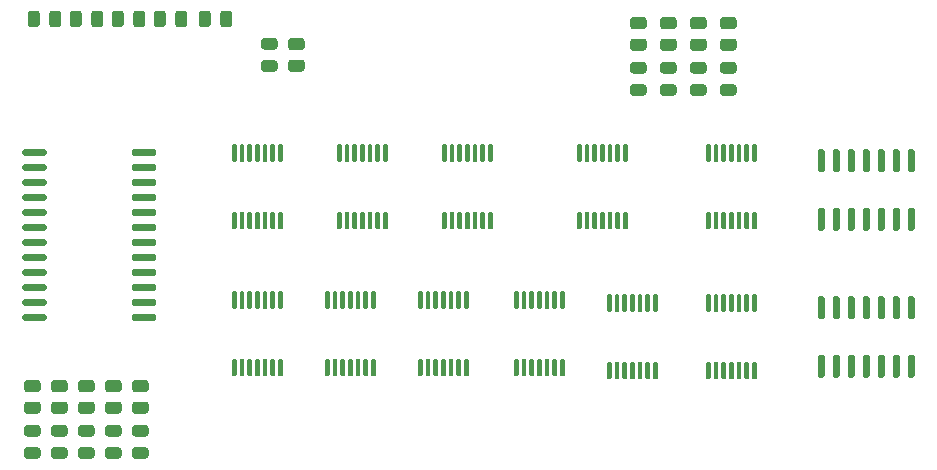
<source format=gbr>
%TF.GenerationSoftware,KiCad,Pcbnew,(5.1.10-1-10_14)*%
%TF.CreationDate,2021-12-18T11:36:21-05:00*%
%TF.ProjectId,control-unit,636f6e74-726f-46c2-9d75-6e69742e6b69,rev?*%
%TF.SameCoordinates,Original*%
%TF.FileFunction,Paste,Top*%
%TF.FilePolarity,Positive*%
%FSLAX46Y46*%
G04 Gerber Fmt 4.6, Leading zero omitted, Abs format (unit mm)*
G04 Created by KiCad (PCBNEW (5.1.10-1-10_14)) date 2021-12-18 11:36:21*
%MOMM*%
%LPD*%
G01*
G04 APERTURE LIST*
G04 APERTURE END LIST*
%TO.C,R15*%
G36*
G01*
X128162000Y-80206001D02*
X128162000Y-79305999D01*
G75*
G02*
X128411999Y-79056000I249999J0D01*
G01*
X128937001Y-79056000D01*
G75*
G02*
X129187000Y-79305999I0J-249999D01*
G01*
X129187000Y-80206001D01*
G75*
G02*
X128937001Y-80456000I-249999J0D01*
G01*
X128411999Y-80456000D01*
G75*
G02*
X128162000Y-80206001I0J249999D01*
G01*
G37*
G36*
G01*
X126337000Y-80206001D02*
X126337000Y-79305999D01*
G75*
G02*
X126586999Y-79056000I249999J0D01*
G01*
X127112001Y-79056000D01*
G75*
G02*
X127362000Y-79305999I0J-249999D01*
G01*
X127362000Y-80206001D01*
G75*
G02*
X127112001Y-80456000I-249999J0D01*
G01*
X126586999Y-80456000D01*
G75*
G02*
X126337000Y-80206001I0J249999D01*
G01*
G37*
%TD*%
%TO.C,R14*%
G36*
G01*
X124352000Y-80206001D02*
X124352000Y-79305999D01*
G75*
G02*
X124601999Y-79056000I249999J0D01*
G01*
X125127001Y-79056000D01*
G75*
G02*
X125377000Y-79305999I0J-249999D01*
G01*
X125377000Y-80206001D01*
G75*
G02*
X125127001Y-80456000I-249999J0D01*
G01*
X124601999Y-80456000D01*
G75*
G02*
X124352000Y-80206001I0J249999D01*
G01*
G37*
G36*
G01*
X122527000Y-80206001D02*
X122527000Y-79305999D01*
G75*
G02*
X122776999Y-79056000I249999J0D01*
G01*
X123302001Y-79056000D01*
G75*
G02*
X123552000Y-79305999I0J-249999D01*
G01*
X123552000Y-80206001D01*
G75*
G02*
X123302001Y-80456000I-249999J0D01*
G01*
X122776999Y-80456000D01*
G75*
G02*
X122527000Y-80206001I0J249999D01*
G01*
G37*
%TD*%
%TO.C,R13*%
G36*
G01*
X120796000Y-80206001D02*
X120796000Y-79305999D01*
G75*
G02*
X121045999Y-79056000I249999J0D01*
G01*
X121571001Y-79056000D01*
G75*
G02*
X121821000Y-79305999I0J-249999D01*
G01*
X121821000Y-80206001D01*
G75*
G02*
X121571001Y-80456000I-249999J0D01*
G01*
X121045999Y-80456000D01*
G75*
G02*
X120796000Y-80206001I0J249999D01*
G01*
G37*
G36*
G01*
X118971000Y-80206001D02*
X118971000Y-79305999D01*
G75*
G02*
X119220999Y-79056000I249999J0D01*
G01*
X119746001Y-79056000D01*
G75*
G02*
X119996000Y-79305999I0J-249999D01*
G01*
X119996000Y-80206001D01*
G75*
G02*
X119746001Y-80456000I-249999J0D01*
G01*
X119220999Y-80456000D01*
G75*
G02*
X118971000Y-80206001I0J249999D01*
G01*
G37*
%TD*%
%TO.C,R12*%
G36*
G01*
X117240000Y-80206001D02*
X117240000Y-79305999D01*
G75*
G02*
X117489999Y-79056000I249999J0D01*
G01*
X118015001Y-79056000D01*
G75*
G02*
X118265000Y-79305999I0J-249999D01*
G01*
X118265000Y-80206001D01*
G75*
G02*
X118015001Y-80456000I-249999J0D01*
G01*
X117489999Y-80456000D01*
G75*
G02*
X117240000Y-80206001I0J249999D01*
G01*
G37*
G36*
G01*
X115415000Y-80206001D02*
X115415000Y-79305999D01*
G75*
G02*
X115664999Y-79056000I249999J0D01*
G01*
X116190001Y-79056000D01*
G75*
G02*
X116440000Y-79305999I0J-249999D01*
G01*
X116440000Y-80206001D01*
G75*
G02*
X116190001Y-80456000I-249999J0D01*
G01*
X115664999Y-80456000D01*
G75*
G02*
X115415000Y-80206001I0J249999D01*
G01*
G37*
%TD*%
%TO.C,R11*%
G36*
G01*
X113684000Y-80206001D02*
X113684000Y-79305999D01*
G75*
G02*
X113933999Y-79056000I249999J0D01*
G01*
X114459001Y-79056000D01*
G75*
G02*
X114709000Y-79305999I0J-249999D01*
G01*
X114709000Y-80206001D01*
G75*
G02*
X114459001Y-80456000I-249999J0D01*
G01*
X113933999Y-80456000D01*
G75*
G02*
X113684000Y-80206001I0J249999D01*
G01*
G37*
G36*
G01*
X111859000Y-80206001D02*
X111859000Y-79305999D01*
G75*
G02*
X112108999Y-79056000I249999J0D01*
G01*
X112634001Y-79056000D01*
G75*
G02*
X112884000Y-79305999I0J-249999D01*
G01*
X112884000Y-80206001D01*
G75*
G02*
X112634001Y-80456000I-249999J0D01*
G01*
X112108999Y-80456000D01*
G75*
G02*
X111859000Y-80206001I0J249999D01*
G01*
G37*
%TD*%
%TO.C,R10*%
G36*
G01*
X112718002Y-111360000D02*
X111817998Y-111360000D01*
G75*
G02*
X111568000Y-111110002I0J249998D01*
G01*
X111568000Y-110584998D01*
G75*
G02*
X111817998Y-110335000I249998J0D01*
G01*
X112718002Y-110335000D01*
G75*
G02*
X112968000Y-110584998I0J-249998D01*
G01*
X112968000Y-111110002D01*
G75*
G02*
X112718002Y-111360000I-249998J0D01*
G01*
G37*
G36*
G01*
X112718002Y-113185000D02*
X111817998Y-113185000D01*
G75*
G02*
X111568000Y-112935002I0J249998D01*
G01*
X111568000Y-112409998D01*
G75*
G02*
X111817998Y-112160000I249998J0D01*
G01*
X112718002Y-112160000D01*
G75*
G02*
X112968000Y-112409998I0J-249998D01*
G01*
X112968000Y-112935002D01*
G75*
G02*
X112718002Y-113185000I-249998J0D01*
G01*
G37*
%TD*%
%TO.C,R9*%
G36*
G01*
X115004002Y-111360000D02*
X114103998Y-111360000D01*
G75*
G02*
X113854000Y-111110002I0J249998D01*
G01*
X113854000Y-110584998D01*
G75*
G02*
X114103998Y-110335000I249998J0D01*
G01*
X115004002Y-110335000D01*
G75*
G02*
X115254000Y-110584998I0J-249998D01*
G01*
X115254000Y-111110002D01*
G75*
G02*
X115004002Y-111360000I-249998J0D01*
G01*
G37*
G36*
G01*
X115004002Y-113185000D02*
X114103998Y-113185000D01*
G75*
G02*
X113854000Y-112935002I0J249998D01*
G01*
X113854000Y-112409998D01*
G75*
G02*
X114103998Y-112160000I249998J0D01*
G01*
X115004002Y-112160000D01*
G75*
G02*
X115254000Y-112409998I0J-249998D01*
G01*
X115254000Y-112935002D01*
G75*
G02*
X115004002Y-113185000I-249998J0D01*
G01*
G37*
%TD*%
%TO.C,R8*%
G36*
G01*
X117290002Y-111360000D02*
X116389998Y-111360000D01*
G75*
G02*
X116140000Y-111110002I0J249998D01*
G01*
X116140000Y-110584998D01*
G75*
G02*
X116389998Y-110335000I249998J0D01*
G01*
X117290002Y-110335000D01*
G75*
G02*
X117540000Y-110584998I0J-249998D01*
G01*
X117540000Y-111110002D01*
G75*
G02*
X117290002Y-111360000I-249998J0D01*
G01*
G37*
G36*
G01*
X117290002Y-113185000D02*
X116389998Y-113185000D01*
G75*
G02*
X116140000Y-112935002I0J249998D01*
G01*
X116140000Y-112409998D01*
G75*
G02*
X116389998Y-112160000I249998J0D01*
G01*
X117290002Y-112160000D01*
G75*
G02*
X117540000Y-112409998I0J-249998D01*
G01*
X117540000Y-112935002D01*
G75*
G02*
X117290002Y-113185000I-249998J0D01*
G01*
G37*
%TD*%
%TO.C,R7*%
G36*
G01*
X119576002Y-111360000D02*
X118675998Y-111360000D01*
G75*
G02*
X118426000Y-111110002I0J249998D01*
G01*
X118426000Y-110584998D01*
G75*
G02*
X118675998Y-110335000I249998J0D01*
G01*
X119576002Y-110335000D01*
G75*
G02*
X119826000Y-110584998I0J-249998D01*
G01*
X119826000Y-111110002D01*
G75*
G02*
X119576002Y-111360000I-249998J0D01*
G01*
G37*
G36*
G01*
X119576002Y-113185000D02*
X118675998Y-113185000D01*
G75*
G02*
X118426000Y-112935002I0J249998D01*
G01*
X118426000Y-112409998D01*
G75*
G02*
X118675998Y-112160000I249998J0D01*
G01*
X119576002Y-112160000D01*
G75*
G02*
X119826000Y-112409998I0J-249998D01*
G01*
X119826000Y-112935002D01*
G75*
G02*
X119576002Y-113185000I-249998J0D01*
G01*
G37*
%TD*%
%TO.C,R6*%
G36*
G01*
X121862002Y-111360000D02*
X120961998Y-111360000D01*
G75*
G02*
X120712000Y-111110002I0J249998D01*
G01*
X120712000Y-110584998D01*
G75*
G02*
X120961998Y-110335000I249998J0D01*
G01*
X121862002Y-110335000D01*
G75*
G02*
X122112000Y-110584998I0J-249998D01*
G01*
X122112000Y-111110002D01*
G75*
G02*
X121862002Y-111360000I-249998J0D01*
G01*
G37*
G36*
G01*
X121862002Y-113185000D02*
X120961998Y-113185000D01*
G75*
G02*
X120712000Y-112935002I0J249998D01*
G01*
X120712000Y-112409998D01*
G75*
G02*
X120961998Y-112160000I249998J0D01*
G01*
X121862002Y-112160000D01*
G75*
G02*
X122112000Y-112409998I0J-249998D01*
G01*
X122112000Y-112935002D01*
G75*
G02*
X121862002Y-113185000I-249998J0D01*
G01*
G37*
%TD*%
%TO.C,D10*%
G36*
G01*
X111811750Y-116020000D02*
X112724250Y-116020000D01*
G75*
G02*
X112968000Y-116263750I0J-243750D01*
G01*
X112968000Y-116751250D01*
G75*
G02*
X112724250Y-116995000I-243750J0D01*
G01*
X111811750Y-116995000D01*
G75*
G02*
X111568000Y-116751250I0J243750D01*
G01*
X111568000Y-116263750D01*
G75*
G02*
X111811750Y-116020000I243750J0D01*
G01*
G37*
G36*
G01*
X111811750Y-114145000D02*
X112724250Y-114145000D01*
G75*
G02*
X112968000Y-114388750I0J-243750D01*
G01*
X112968000Y-114876250D01*
G75*
G02*
X112724250Y-115120000I-243750J0D01*
G01*
X111811750Y-115120000D01*
G75*
G02*
X111568000Y-114876250I0J243750D01*
G01*
X111568000Y-114388750D01*
G75*
G02*
X111811750Y-114145000I243750J0D01*
G01*
G37*
%TD*%
%TO.C,D9*%
G36*
G01*
X114097750Y-116020000D02*
X115010250Y-116020000D01*
G75*
G02*
X115254000Y-116263750I0J-243750D01*
G01*
X115254000Y-116751250D01*
G75*
G02*
X115010250Y-116995000I-243750J0D01*
G01*
X114097750Y-116995000D01*
G75*
G02*
X113854000Y-116751250I0J243750D01*
G01*
X113854000Y-116263750D01*
G75*
G02*
X114097750Y-116020000I243750J0D01*
G01*
G37*
G36*
G01*
X114097750Y-114145000D02*
X115010250Y-114145000D01*
G75*
G02*
X115254000Y-114388750I0J-243750D01*
G01*
X115254000Y-114876250D01*
G75*
G02*
X115010250Y-115120000I-243750J0D01*
G01*
X114097750Y-115120000D01*
G75*
G02*
X113854000Y-114876250I0J243750D01*
G01*
X113854000Y-114388750D01*
G75*
G02*
X114097750Y-114145000I243750J0D01*
G01*
G37*
%TD*%
%TO.C,D8*%
G36*
G01*
X116383750Y-116020000D02*
X117296250Y-116020000D01*
G75*
G02*
X117540000Y-116263750I0J-243750D01*
G01*
X117540000Y-116751250D01*
G75*
G02*
X117296250Y-116995000I-243750J0D01*
G01*
X116383750Y-116995000D01*
G75*
G02*
X116140000Y-116751250I0J243750D01*
G01*
X116140000Y-116263750D01*
G75*
G02*
X116383750Y-116020000I243750J0D01*
G01*
G37*
G36*
G01*
X116383750Y-114145000D02*
X117296250Y-114145000D01*
G75*
G02*
X117540000Y-114388750I0J-243750D01*
G01*
X117540000Y-114876250D01*
G75*
G02*
X117296250Y-115120000I-243750J0D01*
G01*
X116383750Y-115120000D01*
G75*
G02*
X116140000Y-114876250I0J243750D01*
G01*
X116140000Y-114388750D01*
G75*
G02*
X116383750Y-114145000I243750J0D01*
G01*
G37*
%TD*%
%TO.C,D7*%
G36*
G01*
X118669750Y-116020000D02*
X119582250Y-116020000D01*
G75*
G02*
X119826000Y-116263750I0J-243750D01*
G01*
X119826000Y-116751250D01*
G75*
G02*
X119582250Y-116995000I-243750J0D01*
G01*
X118669750Y-116995000D01*
G75*
G02*
X118426000Y-116751250I0J243750D01*
G01*
X118426000Y-116263750D01*
G75*
G02*
X118669750Y-116020000I243750J0D01*
G01*
G37*
G36*
G01*
X118669750Y-114145000D02*
X119582250Y-114145000D01*
G75*
G02*
X119826000Y-114388750I0J-243750D01*
G01*
X119826000Y-114876250D01*
G75*
G02*
X119582250Y-115120000I-243750J0D01*
G01*
X118669750Y-115120000D01*
G75*
G02*
X118426000Y-114876250I0J243750D01*
G01*
X118426000Y-114388750D01*
G75*
G02*
X118669750Y-114145000I243750J0D01*
G01*
G37*
%TD*%
%TO.C,D6*%
G36*
G01*
X120955750Y-116020000D02*
X121868250Y-116020000D01*
G75*
G02*
X122112000Y-116263750I0J-243750D01*
G01*
X122112000Y-116751250D01*
G75*
G02*
X121868250Y-116995000I-243750J0D01*
G01*
X120955750Y-116995000D01*
G75*
G02*
X120712000Y-116751250I0J243750D01*
G01*
X120712000Y-116263750D01*
G75*
G02*
X120955750Y-116020000I243750J0D01*
G01*
G37*
G36*
G01*
X120955750Y-114145000D02*
X121868250Y-114145000D01*
G75*
G02*
X122112000Y-114388750I0J-243750D01*
G01*
X122112000Y-114876250D01*
G75*
G02*
X121868250Y-115120000I-243750J0D01*
G01*
X120955750Y-115120000D01*
G75*
G02*
X120712000Y-114876250I0J243750D01*
G01*
X120712000Y-114388750D01*
G75*
G02*
X120955750Y-114145000I243750J0D01*
G01*
G37*
%TD*%
%TO.C,R5*%
G36*
G01*
X164026002Y-80626000D02*
X163125998Y-80626000D01*
G75*
G02*
X162876000Y-80376002I0J249998D01*
G01*
X162876000Y-79850998D01*
G75*
G02*
X163125998Y-79601000I249998J0D01*
G01*
X164026002Y-79601000D01*
G75*
G02*
X164276000Y-79850998I0J-249998D01*
G01*
X164276000Y-80376002D01*
G75*
G02*
X164026002Y-80626000I-249998J0D01*
G01*
G37*
G36*
G01*
X164026002Y-82451000D02*
X163125998Y-82451000D01*
G75*
G02*
X162876000Y-82201002I0J249998D01*
G01*
X162876000Y-81675998D01*
G75*
G02*
X163125998Y-81426000I249998J0D01*
G01*
X164026002Y-81426000D01*
G75*
G02*
X164276000Y-81675998I0J-249998D01*
G01*
X164276000Y-82201002D01*
G75*
G02*
X164026002Y-82451000I-249998J0D01*
G01*
G37*
%TD*%
%TO.C,R4*%
G36*
G01*
X166566002Y-80626000D02*
X165665998Y-80626000D01*
G75*
G02*
X165416000Y-80376002I0J249998D01*
G01*
X165416000Y-79850998D01*
G75*
G02*
X165665998Y-79601000I249998J0D01*
G01*
X166566002Y-79601000D01*
G75*
G02*
X166816000Y-79850998I0J-249998D01*
G01*
X166816000Y-80376002D01*
G75*
G02*
X166566002Y-80626000I-249998J0D01*
G01*
G37*
G36*
G01*
X166566002Y-82451000D02*
X165665998Y-82451000D01*
G75*
G02*
X165416000Y-82201002I0J249998D01*
G01*
X165416000Y-81675998D01*
G75*
G02*
X165665998Y-81426000I249998J0D01*
G01*
X166566002Y-81426000D01*
G75*
G02*
X166816000Y-81675998I0J-249998D01*
G01*
X166816000Y-82201002D01*
G75*
G02*
X166566002Y-82451000I-249998J0D01*
G01*
G37*
%TD*%
%TO.C,R3*%
G36*
G01*
X169106002Y-80626000D02*
X168205998Y-80626000D01*
G75*
G02*
X167956000Y-80376002I0J249998D01*
G01*
X167956000Y-79850998D01*
G75*
G02*
X168205998Y-79601000I249998J0D01*
G01*
X169106002Y-79601000D01*
G75*
G02*
X169356000Y-79850998I0J-249998D01*
G01*
X169356000Y-80376002D01*
G75*
G02*
X169106002Y-80626000I-249998J0D01*
G01*
G37*
G36*
G01*
X169106002Y-82451000D02*
X168205998Y-82451000D01*
G75*
G02*
X167956000Y-82201002I0J249998D01*
G01*
X167956000Y-81675998D01*
G75*
G02*
X168205998Y-81426000I249998J0D01*
G01*
X169106002Y-81426000D01*
G75*
G02*
X169356000Y-81675998I0J-249998D01*
G01*
X169356000Y-82201002D01*
G75*
G02*
X169106002Y-82451000I-249998J0D01*
G01*
G37*
%TD*%
%TO.C,R2*%
G36*
G01*
X171646002Y-80626000D02*
X170745998Y-80626000D01*
G75*
G02*
X170496000Y-80376002I0J249998D01*
G01*
X170496000Y-79850998D01*
G75*
G02*
X170745998Y-79601000I249998J0D01*
G01*
X171646002Y-79601000D01*
G75*
G02*
X171896000Y-79850998I0J-249998D01*
G01*
X171896000Y-80376002D01*
G75*
G02*
X171646002Y-80626000I-249998J0D01*
G01*
G37*
G36*
G01*
X171646002Y-82451000D02*
X170745998Y-82451000D01*
G75*
G02*
X170496000Y-82201002I0J249998D01*
G01*
X170496000Y-81675998D01*
G75*
G02*
X170745998Y-81426000I249998J0D01*
G01*
X171646002Y-81426000D01*
G75*
G02*
X171896000Y-81675998I0J-249998D01*
G01*
X171896000Y-82201002D01*
G75*
G02*
X171646002Y-82451000I-249998J0D01*
G01*
G37*
%TD*%
%TO.C,R1*%
G36*
G01*
X135070002Y-82404000D02*
X134169998Y-82404000D01*
G75*
G02*
X133920000Y-82154002I0J249998D01*
G01*
X133920000Y-81628998D01*
G75*
G02*
X134169998Y-81379000I249998J0D01*
G01*
X135070002Y-81379000D01*
G75*
G02*
X135320000Y-81628998I0J-249998D01*
G01*
X135320000Y-82154002D01*
G75*
G02*
X135070002Y-82404000I-249998J0D01*
G01*
G37*
G36*
G01*
X135070002Y-84229000D02*
X134169998Y-84229000D01*
G75*
G02*
X133920000Y-83979002I0J249998D01*
G01*
X133920000Y-83453998D01*
G75*
G02*
X134169998Y-83204000I249998J0D01*
G01*
X135070002Y-83204000D01*
G75*
G02*
X135320000Y-83453998I0J-249998D01*
G01*
X135320000Y-83979002D01*
G75*
G02*
X135070002Y-84229000I-249998J0D01*
G01*
G37*
%TD*%
%TO.C,D5*%
G36*
G01*
X163119750Y-85286000D02*
X164032250Y-85286000D01*
G75*
G02*
X164276000Y-85529750I0J-243750D01*
G01*
X164276000Y-86017250D01*
G75*
G02*
X164032250Y-86261000I-243750J0D01*
G01*
X163119750Y-86261000D01*
G75*
G02*
X162876000Y-86017250I0J243750D01*
G01*
X162876000Y-85529750D01*
G75*
G02*
X163119750Y-85286000I243750J0D01*
G01*
G37*
G36*
G01*
X163119750Y-83411000D02*
X164032250Y-83411000D01*
G75*
G02*
X164276000Y-83654750I0J-243750D01*
G01*
X164276000Y-84142250D01*
G75*
G02*
X164032250Y-84386000I-243750J0D01*
G01*
X163119750Y-84386000D01*
G75*
G02*
X162876000Y-84142250I0J243750D01*
G01*
X162876000Y-83654750D01*
G75*
G02*
X163119750Y-83411000I243750J0D01*
G01*
G37*
%TD*%
%TO.C,D4*%
G36*
G01*
X165659750Y-85286000D02*
X166572250Y-85286000D01*
G75*
G02*
X166816000Y-85529750I0J-243750D01*
G01*
X166816000Y-86017250D01*
G75*
G02*
X166572250Y-86261000I-243750J0D01*
G01*
X165659750Y-86261000D01*
G75*
G02*
X165416000Y-86017250I0J243750D01*
G01*
X165416000Y-85529750D01*
G75*
G02*
X165659750Y-85286000I243750J0D01*
G01*
G37*
G36*
G01*
X165659750Y-83411000D02*
X166572250Y-83411000D01*
G75*
G02*
X166816000Y-83654750I0J-243750D01*
G01*
X166816000Y-84142250D01*
G75*
G02*
X166572250Y-84386000I-243750J0D01*
G01*
X165659750Y-84386000D01*
G75*
G02*
X165416000Y-84142250I0J243750D01*
G01*
X165416000Y-83654750D01*
G75*
G02*
X165659750Y-83411000I243750J0D01*
G01*
G37*
%TD*%
%TO.C,D3*%
G36*
G01*
X168199750Y-85286000D02*
X169112250Y-85286000D01*
G75*
G02*
X169356000Y-85529750I0J-243750D01*
G01*
X169356000Y-86017250D01*
G75*
G02*
X169112250Y-86261000I-243750J0D01*
G01*
X168199750Y-86261000D01*
G75*
G02*
X167956000Y-86017250I0J243750D01*
G01*
X167956000Y-85529750D01*
G75*
G02*
X168199750Y-85286000I243750J0D01*
G01*
G37*
G36*
G01*
X168199750Y-83411000D02*
X169112250Y-83411000D01*
G75*
G02*
X169356000Y-83654750I0J-243750D01*
G01*
X169356000Y-84142250D01*
G75*
G02*
X169112250Y-84386000I-243750J0D01*
G01*
X168199750Y-84386000D01*
G75*
G02*
X167956000Y-84142250I0J243750D01*
G01*
X167956000Y-83654750D01*
G75*
G02*
X168199750Y-83411000I243750J0D01*
G01*
G37*
%TD*%
%TO.C,D2*%
G36*
G01*
X170739750Y-85286000D02*
X171652250Y-85286000D01*
G75*
G02*
X171896000Y-85529750I0J-243750D01*
G01*
X171896000Y-86017250D01*
G75*
G02*
X171652250Y-86261000I-243750J0D01*
G01*
X170739750Y-86261000D01*
G75*
G02*
X170496000Y-86017250I0J243750D01*
G01*
X170496000Y-85529750D01*
G75*
G02*
X170739750Y-85286000I243750J0D01*
G01*
G37*
G36*
G01*
X170739750Y-83411000D02*
X171652250Y-83411000D01*
G75*
G02*
X171896000Y-83654750I0J-243750D01*
G01*
X171896000Y-84142250D01*
G75*
G02*
X171652250Y-84386000I-243750J0D01*
G01*
X170739750Y-84386000D01*
G75*
G02*
X170496000Y-84142250I0J243750D01*
G01*
X170496000Y-83654750D01*
G75*
G02*
X170739750Y-83411000I243750J0D01*
G01*
G37*
%TD*%
%TO.C,D1*%
G36*
G01*
X132790250Y-82354000D02*
X131877750Y-82354000D01*
G75*
G02*
X131634000Y-82110250I0J243750D01*
G01*
X131634000Y-81622750D01*
G75*
G02*
X131877750Y-81379000I243750J0D01*
G01*
X132790250Y-81379000D01*
G75*
G02*
X133034000Y-81622750I0J-243750D01*
G01*
X133034000Y-82110250D01*
G75*
G02*
X132790250Y-82354000I-243750J0D01*
G01*
G37*
G36*
G01*
X132790250Y-84229000D02*
X131877750Y-84229000D01*
G75*
G02*
X131634000Y-83985250I0J243750D01*
G01*
X131634000Y-83497750D01*
G75*
G02*
X131877750Y-83254000I243750J0D01*
G01*
X132790250Y-83254000D01*
G75*
G02*
X133034000Y-83497750I0J-243750D01*
G01*
X133034000Y-83985250D01*
G75*
G02*
X132790250Y-84229000I-243750J0D01*
G01*
G37*
%TD*%
%TO.C,U11*%
G36*
G01*
X179220000Y-105180000D02*
X178920000Y-105180000D01*
G75*
G02*
X178770000Y-105030000I0J150000D01*
G01*
X178770000Y-103380000D01*
G75*
G02*
X178920000Y-103230000I150000J0D01*
G01*
X179220000Y-103230000D01*
G75*
G02*
X179370000Y-103380000I0J-150000D01*
G01*
X179370000Y-105030000D01*
G75*
G02*
X179220000Y-105180000I-150000J0D01*
G01*
G37*
G36*
G01*
X180490000Y-105180000D02*
X180190000Y-105180000D01*
G75*
G02*
X180040000Y-105030000I0J150000D01*
G01*
X180040000Y-103380000D01*
G75*
G02*
X180190000Y-103230000I150000J0D01*
G01*
X180490000Y-103230000D01*
G75*
G02*
X180640000Y-103380000I0J-150000D01*
G01*
X180640000Y-105030000D01*
G75*
G02*
X180490000Y-105180000I-150000J0D01*
G01*
G37*
G36*
G01*
X181760000Y-105180000D02*
X181460000Y-105180000D01*
G75*
G02*
X181310000Y-105030000I0J150000D01*
G01*
X181310000Y-103380000D01*
G75*
G02*
X181460000Y-103230000I150000J0D01*
G01*
X181760000Y-103230000D01*
G75*
G02*
X181910000Y-103380000I0J-150000D01*
G01*
X181910000Y-105030000D01*
G75*
G02*
X181760000Y-105180000I-150000J0D01*
G01*
G37*
G36*
G01*
X183030000Y-105180000D02*
X182730000Y-105180000D01*
G75*
G02*
X182580000Y-105030000I0J150000D01*
G01*
X182580000Y-103380000D01*
G75*
G02*
X182730000Y-103230000I150000J0D01*
G01*
X183030000Y-103230000D01*
G75*
G02*
X183180000Y-103380000I0J-150000D01*
G01*
X183180000Y-105030000D01*
G75*
G02*
X183030000Y-105180000I-150000J0D01*
G01*
G37*
G36*
G01*
X184300000Y-105180000D02*
X184000000Y-105180000D01*
G75*
G02*
X183850000Y-105030000I0J150000D01*
G01*
X183850000Y-103380000D01*
G75*
G02*
X184000000Y-103230000I150000J0D01*
G01*
X184300000Y-103230000D01*
G75*
G02*
X184450000Y-103380000I0J-150000D01*
G01*
X184450000Y-105030000D01*
G75*
G02*
X184300000Y-105180000I-150000J0D01*
G01*
G37*
G36*
G01*
X185570000Y-105180000D02*
X185270000Y-105180000D01*
G75*
G02*
X185120000Y-105030000I0J150000D01*
G01*
X185120000Y-103380000D01*
G75*
G02*
X185270000Y-103230000I150000J0D01*
G01*
X185570000Y-103230000D01*
G75*
G02*
X185720000Y-103380000I0J-150000D01*
G01*
X185720000Y-105030000D01*
G75*
G02*
X185570000Y-105180000I-150000J0D01*
G01*
G37*
G36*
G01*
X186840000Y-105180000D02*
X186540000Y-105180000D01*
G75*
G02*
X186390000Y-105030000I0J150000D01*
G01*
X186390000Y-103380000D01*
G75*
G02*
X186540000Y-103230000I150000J0D01*
G01*
X186840000Y-103230000D01*
G75*
G02*
X186990000Y-103380000I0J-150000D01*
G01*
X186990000Y-105030000D01*
G75*
G02*
X186840000Y-105180000I-150000J0D01*
G01*
G37*
G36*
G01*
X186840000Y-110130000D02*
X186540000Y-110130000D01*
G75*
G02*
X186390000Y-109980000I0J150000D01*
G01*
X186390000Y-108330000D01*
G75*
G02*
X186540000Y-108180000I150000J0D01*
G01*
X186840000Y-108180000D01*
G75*
G02*
X186990000Y-108330000I0J-150000D01*
G01*
X186990000Y-109980000D01*
G75*
G02*
X186840000Y-110130000I-150000J0D01*
G01*
G37*
G36*
G01*
X185570000Y-110130000D02*
X185270000Y-110130000D01*
G75*
G02*
X185120000Y-109980000I0J150000D01*
G01*
X185120000Y-108330000D01*
G75*
G02*
X185270000Y-108180000I150000J0D01*
G01*
X185570000Y-108180000D01*
G75*
G02*
X185720000Y-108330000I0J-150000D01*
G01*
X185720000Y-109980000D01*
G75*
G02*
X185570000Y-110130000I-150000J0D01*
G01*
G37*
G36*
G01*
X184300000Y-110130000D02*
X184000000Y-110130000D01*
G75*
G02*
X183850000Y-109980000I0J150000D01*
G01*
X183850000Y-108330000D01*
G75*
G02*
X184000000Y-108180000I150000J0D01*
G01*
X184300000Y-108180000D01*
G75*
G02*
X184450000Y-108330000I0J-150000D01*
G01*
X184450000Y-109980000D01*
G75*
G02*
X184300000Y-110130000I-150000J0D01*
G01*
G37*
G36*
G01*
X183030000Y-110130000D02*
X182730000Y-110130000D01*
G75*
G02*
X182580000Y-109980000I0J150000D01*
G01*
X182580000Y-108330000D01*
G75*
G02*
X182730000Y-108180000I150000J0D01*
G01*
X183030000Y-108180000D01*
G75*
G02*
X183180000Y-108330000I0J-150000D01*
G01*
X183180000Y-109980000D01*
G75*
G02*
X183030000Y-110130000I-150000J0D01*
G01*
G37*
G36*
G01*
X181760000Y-110130000D02*
X181460000Y-110130000D01*
G75*
G02*
X181310000Y-109980000I0J150000D01*
G01*
X181310000Y-108330000D01*
G75*
G02*
X181460000Y-108180000I150000J0D01*
G01*
X181760000Y-108180000D01*
G75*
G02*
X181910000Y-108330000I0J-150000D01*
G01*
X181910000Y-109980000D01*
G75*
G02*
X181760000Y-110130000I-150000J0D01*
G01*
G37*
G36*
G01*
X180490000Y-110130000D02*
X180190000Y-110130000D01*
G75*
G02*
X180040000Y-109980000I0J150000D01*
G01*
X180040000Y-108330000D01*
G75*
G02*
X180190000Y-108180000I150000J0D01*
G01*
X180490000Y-108180000D01*
G75*
G02*
X180640000Y-108330000I0J-150000D01*
G01*
X180640000Y-109980000D01*
G75*
G02*
X180490000Y-110130000I-150000J0D01*
G01*
G37*
G36*
G01*
X179220000Y-110130000D02*
X178920000Y-110130000D01*
G75*
G02*
X178770000Y-109980000I0J150000D01*
G01*
X178770000Y-108330000D01*
G75*
G02*
X178920000Y-108180000I150000J0D01*
G01*
X179220000Y-108180000D01*
G75*
G02*
X179370000Y-108330000I0J-150000D01*
G01*
X179370000Y-109980000D01*
G75*
G02*
X179220000Y-110130000I-150000J0D01*
G01*
G37*
%TD*%
%TO.C,U10*%
G36*
G01*
X179220000Y-92734000D02*
X178920000Y-92734000D01*
G75*
G02*
X178770000Y-92584000I0J150000D01*
G01*
X178770000Y-90934000D01*
G75*
G02*
X178920000Y-90784000I150000J0D01*
G01*
X179220000Y-90784000D01*
G75*
G02*
X179370000Y-90934000I0J-150000D01*
G01*
X179370000Y-92584000D01*
G75*
G02*
X179220000Y-92734000I-150000J0D01*
G01*
G37*
G36*
G01*
X180490000Y-92734000D02*
X180190000Y-92734000D01*
G75*
G02*
X180040000Y-92584000I0J150000D01*
G01*
X180040000Y-90934000D01*
G75*
G02*
X180190000Y-90784000I150000J0D01*
G01*
X180490000Y-90784000D01*
G75*
G02*
X180640000Y-90934000I0J-150000D01*
G01*
X180640000Y-92584000D01*
G75*
G02*
X180490000Y-92734000I-150000J0D01*
G01*
G37*
G36*
G01*
X181760000Y-92734000D02*
X181460000Y-92734000D01*
G75*
G02*
X181310000Y-92584000I0J150000D01*
G01*
X181310000Y-90934000D01*
G75*
G02*
X181460000Y-90784000I150000J0D01*
G01*
X181760000Y-90784000D01*
G75*
G02*
X181910000Y-90934000I0J-150000D01*
G01*
X181910000Y-92584000D01*
G75*
G02*
X181760000Y-92734000I-150000J0D01*
G01*
G37*
G36*
G01*
X183030000Y-92734000D02*
X182730000Y-92734000D01*
G75*
G02*
X182580000Y-92584000I0J150000D01*
G01*
X182580000Y-90934000D01*
G75*
G02*
X182730000Y-90784000I150000J0D01*
G01*
X183030000Y-90784000D01*
G75*
G02*
X183180000Y-90934000I0J-150000D01*
G01*
X183180000Y-92584000D01*
G75*
G02*
X183030000Y-92734000I-150000J0D01*
G01*
G37*
G36*
G01*
X184300000Y-92734000D02*
X184000000Y-92734000D01*
G75*
G02*
X183850000Y-92584000I0J150000D01*
G01*
X183850000Y-90934000D01*
G75*
G02*
X184000000Y-90784000I150000J0D01*
G01*
X184300000Y-90784000D01*
G75*
G02*
X184450000Y-90934000I0J-150000D01*
G01*
X184450000Y-92584000D01*
G75*
G02*
X184300000Y-92734000I-150000J0D01*
G01*
G37*
G36*
G01*
X185570000Y-92734000D02*
X185270000Y-92734000D01*
G75*
G02*
X185120000Y-92584000I0J150000D01*
G01*
X185120000Y-90934000D01*
G75*
G02*
X185270000Y-90784000I150000J0D01*
G01*
X185570000Y-90784000D01*
G75*
G02*
X185720000Y-90934000I0J-150000D01*
G01*
X185720000Y-92584000D01*
G75*
G02*
X185570000Y-92734000I-150000J0D01*
G01*
G37*
G36*
G01*
X186840000Y-92734000D02*
X186540000Y-92734000D01*
G75*
G02*
X186390000Y-92584000I0J150000D01*
G01*
X186390000Y-90934000D01*
G75*
G02*
X186540000Y-90784000I150000J0D01*
G01*
X186840000Y-90784000D01*
G75*
G02*
X186990000Y-90934000I0J-150000D01*
G01*
X186990000Y-92584000D01*
G75*
G02*
X186840000Y-92734000I-150000J0D01*
G01*
G37*
G36*
G01*
X186840000Y-97684000D02*
X186540000Y-97684000D01*
G75*
G02*
X186390000Y-97534000I0J150000D01*
G01*
X186390000Y-95884000D01*
G75*
G02*
X186540000Y-95734000I150000J0D01*
G01*
X186840000Y-95734000D01*
G75*
G02*
X186990000Y-95884000I0J-150000D01*
G01*
X186990000Y-97534000D01*
G75*
G02*
X186840000Y-97684000I-150000J0D01*
G01*
G37*
G36*
G01*
X185570000Y-97684000D02*
X185270000Y-97684000D01*
G75*
G02*
X185120000Y-97534000I0J150000D01*
G01*
X185120000Y-95884000D01*
G75*
G02*
X185270000Y-95734000I150000J0D01*
G01*
X185570000Y-95734000D01*
G75*
G02*
X185720000Y-95884000I0J-150000D01*
G01*
X185720000Y-97534000D01*
G75*
G02*
X185570000Y-97684000I-150000J0D01*
G01*
G37*
G36*
G01*
X184300000Y-97684000D02*
X184000000Y-97684000D01*
G75*
G02*
X183850000Y-97534000I0J150000D01*
G01*
X183850000Y-95884000D01*
G75*
G02*
X184000000Y-95734000I150000J0D01*
G01*
X184300000Y-95734000D01*
G75*
G02*
X184450000Y-95884000I0J-150000D01*
G01*
X184450000Y-97534000D01*
G75*
G02*
X184300000Y-97684000I-150000J0D01*
G01*
G37*
G36*
G01*
X183030000Y-97684000D02*
X182730000Y-97684000D01*
G75*
G02*
X182580000Y-97534000I0J150000D01*
G01*
X182580000Y-95884000D01*
G75*
G02*
X182730000Y-95734000I150000J0D01*
G01*
X183030000Y-95734000D01*
G75*
G02*
X183180000Y-95884000I0J-150000D01*
G01*
X183180000Y-97534000D01*
G75*
G02*
X183030000Y-97684000I-150000J0D01*
G01*
G37*
G36*
G01*
X181760000Y-97684000D02*
X181460000Y-97684000D01*
G75*
G02*
X181310000Y-97534000I0J150000D01*
G01*
X181310000Y-95884000D01*
G75*
G02*
X181460000Y-95734000I150000J0D01*
G01*
X181760000Y-95734000D01*
G75*
G02*
X181910000Y-95884000I0J-150000D01*
G01*
X181910000Y-97534000D01*
G75*
G02*
X181760000Y-97684000I-150000J0D01*
G01*
G37*
G36*
G01*
X180490000Y-97684000D02*
X180190000Y-97684000D01*
G75*
G02*
X180040000Y-97534000I0J150000D01*
G01*
X180040000Y-95884000D01*
G75*
G02*
X180190000Y-95734000I150000J0D01*
G01*
X180490000Y-95734000D01*
G75*
G02*
X180640000Y-95884000I0J-150000D01*
G01*
X180640000Y-97534000D01*
G75*
G02*
X180490000Y-97684000I-150000J0D01*
G01*
G37*
G36*
G01*
X179220000Y-97684000D02*
X178920000Y-97684000D01*
G75*
G02*
X178770000Y-97534000I0J150000D01*
G01*
X178770000Y-95884000D01*
G75*
G02*
X178920000Y-95734000I150000J0D01*
G01*
X179220000Y-95734000D01*
G75*
G02*
X179370000Y-95884000I0J-150000D01*
G01*
X179370000Y-97534000D01*
G75*
G02*
X179220000Y-97684000I-150000J0D01*
G01*
G37*
%TD*%
%TO.C,U6*%
G36*
G01*
X137342000Y-110026000D02*
X137142000Y-110026000D01*
G75*
G02*
X137042000Y-109926000I0J100000D01*
G01*
X137042000Y-108651000D01*
G75*
G02*
X137142000Y-108551000I100000J0D01*
G01*
X137342000Y-108551000D01*
G75*
G02*
X137442000Y-108651000I0J-100000D01*
G01*
X137442000Y-109926000D01*
G75*
G02*
X137342000Y-110026000I-100000J0D01*
G01*
G37*
G36*
G01*
X137992000Y-110026000D02*
X137792000Y-110026000D01*
G75*
G02*
X137692000Y-109926000I0J100000D01*
G01*
X137692000Y-108651000D01*
G75*
G02*
X137792000Y-108551000I100000J0D01*
G01*
X137992000Y-108551000D01*
G75*
G02*
X138092000Y-108651000I0J-100000D01*
G01*
X138092000Y-109926000D01*
G75*
G02*
X137992000Y-110026000I-100000J0D01*
G01*
G37*
G36*
G01*
X138642000Y-110026000D02*
X138442000Y-110026000D01*
G75*
G02*
X138342000Y-109926000I0J100000D01*
G01*
X138342000Y-108651000D01*
G75*
G02*
X138442000Y-108551000I100000J0D01*
G01*
X138642000Y-108551000D01*
G75*
G02*
X138742000Y-108651000I0J-100000D01*
G01*
X138742000Y-109926000D01*
G75*
G02*
X138642000Y-110026000I-100000J0D01*
G01*
G37*
G36*
G01*
X139292000Y-110026000D02*
X139092000Y-110026000D01*
G75*
G02*
X138992000Y-109926000I0J100000D01*
G01*
X138992000Y-108651000D01*
G75*
G02*
X139092000Y-108551000I100000J0D01*
G01*
X139292000Y-108551000D01*
G75*
G02*
X139392000Y-108651000I0J-100000D01*
G01*
X139392000Y-109926000D01*
G75*
G02*
X139292000Y-110026000I-100000J0D01*
G01*
G37*
G36*
G01*
X139942000Y-110026000D02*
X139742000Y-110026000D01*
G75*
G02*
X139642000Y-109926000I0J100000D01*
G01*
X139642000Y-108651000D01*
G75*
G02*
X139742000Y-108551000I100000J0D01*
G01*
X139942000Y-108551000D01*
G75*
G02*
X140042000Y-108651000I0J-100000D01*
G01*
X140042000Y-109926000D01*
G75*
G02*
X139942000Y-110026000I-100000J0D01*
G01*
G37*
G36*
G01*
X140592000Y-110026000D02*
X140392000Y-110026000D01*
G75*
G02*
X140292000Y-109926000I0J100000D01*
G01*
X140292000Y-108651000D01*
G75*
G02*
X140392000Y-108551000I100000J0D01*
G01*
X140592000Y-108551000D01*
G75*
G02*
X140692000Y-108651000I0J-100000D01*
G01*
X140692000Y-109926000D01*
G75*
G02*
X140592000Y-110026000I-100000J0D01*
G01*
G37*
G36*
G01*
X141242000Y-110026000D02*
X141042000Y-110026000D01*
G75*
G02*
X140942000Y-109926000I0J100000D01*
G01*
X140942000Y-108651000D01*
G75*
G02*
X141042000Y-108551000I100000J0D01*
G01*
X141242000Y-108551000D01*
G75*
G02*
X141342000Y-108651000I0J-100000D01*
G01*
X141342000Y-109926000D01*
G75*
G02*
X141242000Y-110026000I-100000J0D01*
G01*
G37*
G36*
G01*
X141242000Y-104301000D02*
X141042000Y-104301000D01*
G75*
G02*
X140942000Y-104201000I0J100000D01*
G01*
X140942000Y-102926000D01*
G75*
G02*
X141042000Y-102826000I100000J0D01*
G01*
X141242000Y-102826000D01*
G75*
G02*
X141342000Y-102926000I0J-100000D01*
G01*
X141342000Y-104201000D01*
G75*
G02*
X141242000Y-104301000I-100000J0D01*
G01*
G37*
G36*
G01*
X140592000Y-104301000D02*
X140392000Y-104301000D01*
G75*
G02*
X140292000Y-104201000I0J100000D01*
G01*
X140292000Y-102926000D01*
G75*
G02*
X140392000Y-102826000I100000J0D01*
G01*
X140592000Y-102826000D01*
G75*
G02*
X140692000Y-102926000I0J-100000D01*
G01*
X140692000Y-104201000D01*
G75*
G02*
X140592000Y-104301000I-100000J0D01*
G01*
G37*
G36*
G01*
X139942000Y-104301000D02*
X139742000Y-104301000D01*
G75*
G02*
X139642000Y-104201000I0J100000D01*
G01*
X139642000Y-102926000D01*
G75*
G02*
X139742000Y-102826000I100000J0D01*
G01*
X139942000Y-102826000D01*
G75*
G02*
X140042000Y-102926000I0J-100000D01*
G01*
X140042000Y-104201000D01*
G75*
G02*
X139942000Y-104301000I-100000J0D01*
G01*
G37*
G36*
G01*
X139292000Y-104301000D02*
X139092000Y-104301000D01*
G75*
G02*
X138992000Y-104201000I0J100000D01*
G01*
X138992000Y-102926000D01*
G75*
G02*
X139092000Y-102826000I100000J0D01*
G01*
X139292000Y-102826000D01*
G75*
G02*
X139392000Y-102926000I0J-100000D01*
G01*
X139392000Y-104201000D01*
G75*
G02*
X139292000Y-104301000I-100000J0D01*
G01*
G37*
G36*
G01*
X138642000Y-104301000D02*
X138442000Y-104301000D01*
G75*
G02*
X138342000Y-104201000I0J100000D01*
G01*
X138342000Y-102926000D01*
G75*
G02*
X138442000Y-102826000I100000J0D01*
G01*
X138642000Y-102826000D01*
G75*
G02*
X138742000Y-102926000I0J-100000D01*
G01*
X138742000Y-104201000D01*
G75*
G02*
X138642000Y-104301000I-100000J0D01*
G01*
G37*
G36*
G01*
X137992000Y-104301000D02*
X137792000Y-104301000D01*
G75*
G02*
X137692000Y-104201000I0J100000D01*
G01*
X137692000Y-102926000D01*
G75*
G02*
X137792000Y-102826000I100000J0D01*
G01*
X137992000Y-102826000D01*
G75*
G02*
X138092000Y-102926000I0J-100000D01*
G01*
X138092000Y-104201000D01*
G75*
G02*
X137992000Y-104301000I-100000J0D01*
G01*
G37*
G36*
G01*
X137342000Y-104301000D02*
X137142000Y-104301000D01*
G75*
G02*
X137042000Y-104201000I0J100000D01*
G01*
X137042000Y-102926000D01*
G75*
G02*
X137142000Y-102826000I100000J0D01*
G01*
X137342000Y-102826000D01*
G75*
G02*
X137442000Y-102926000I0J-100000D01*
G01*
X137442000Y-104201000D01*
G75*
G02*
X137342000Y-104301000I-100000J0D01*
G01*
G37*
%TD*%
%TO.C,U14*%
G36*
G01*
X169600000Y-110280000D02*
X169400000Y-110280000D01*
G75*
G02*
X169300000Y-110180000I0J100000D01*
G01*
X169300000Y-108905000D01*
G75*
G02*
X169400000Y-108805000I100000J0D01*
G01*
X169600000Y-108805000D01*
G75*
G02*
X169700000Y-108905000I0J-100000D01*
G01*
X169700000Y-110180000D01*
G75*
G02*
X169600000Y-110280000I-100000J0D01*
G01*
G37*
G36*
G01*
X170250000Y-110280000D02*
X170050000Y-110280000D01*
G75*
G02*
X169950000Y-110180000I0J100000D01*
G01*
X169950000Y-108905000D01*
G75*
G02*
X170050000Y-108805000I100000J0D01*
G01*
X170250000Y-108805000D01*
G75*
G02*
X170350000Y-108905000I0J-100000D01*
G01*
X170350000Y-110180000D01*
G75*
G02*
X170250000Y-110280000I-100000J0D01*
G01*
G37*
G36*
G01*
X170900000Y-110280000D02*
X170700000Y-110280000D01*
G75*
G02*
X170600000Y-110180000I0J100000D01*
G01*
X170600000Y-108905000D01*
G75*
G02*
X170700000Y-108805000I100000J0D01*
G01*
X170900000Y-108805000D01*
G75*
G02*
X171000000Y-108905000I0J-100000D01*
G01*
X171000000Y-110180000D01*
G75*
G02*
X170900000Y-110280000I-100000J0D01*
G01*
G37*
G36*
G01*
X171550000Y-110280000D02*
X171350000Y-110280000D01*
G75*
G02*
X171250000Y-110180000I0J100000D01*
G01*
X171250000Y-108905000D01*
G75*
G02*
X171350000Y-108805000I100000J0D01*
G01*
X171550000Y-108805000D01*
G75*
G02*
X171650000Y-108905000I0J-100000D01*
G01*
X171650000Y-110180000D01*
G75*
G02*
X171550000Y-110280000I-100000J0D01*
G01*
G37*
G36*
G01*
X172200000Y-110280000D02*
X172000000Y-110280000D01*
G75*
G02*
X171900000Y-110180000I0J100000D01*
G01*
X171900000Y-108905000D01*
G75*
G02*
X172000000Y-108805000I100000J0D01*
G01*
X172200000Y-108805000D01*
G75*
G02*
X172300000Y-108905000I0J-100000D01*
G01*
X172300000Y-110180000D01*
G75*
G02*
X172200000Y-110280000I-100000J0D01*
G01*
G37*
G36*
G01*
X172850000Y-110280000D02*
X172650000Y-110280000D01*
G75*
G02*
X172550000Y-110180000I0J100000D01*
G01*
X172550000Y-108905000D01*
G75*
G02*
X172650000Y-108805000I100000J0D01*
G01*
X172850000Y-108805000D01*
G75*
G02*
X172950000Y-108905000I0J-100000D01*
G01*
X172950000Y-110180000D01*
G75*
G02*
X172850000Y-110280000I-100000J0D01*
G01*
G37*
G36*
G01*
X173500000Y-110280000D02*
X173300000Y-110280000D01*
G75*
G02*
X173200000Y-110180000I0J100000D01*
G01*
X173200000Y-108905000D01*
G75*
G02*
X173300000Y-108805000I100000J0D01*
G01*
X173500000Y-108805000D01*
G75*
G02*
X173600000Y-108905000I0J-100000D01*
G01*
X173600000Y-110180000D01*
G75*
G02*
X173500000Y-110280000I-100000J0D01*
G01*
G37*
G36*
G01*
X173500000Y-104555000D02*
X173300000Y-104555000D01*
G75*
G02*
X173200000Y-104455000I0J100000D01*
G01*
X173200000Y-103180000D01*
G75*
G02*
X173300000Y-103080000I100000J0D01*
G01*
X173500000Y-103080000D01*
G75*
G02*
X173600000Y-103180000I0J-100000D01*
G01*
X173600000Y-104455000D01*
G75*
G02*
X173500000Y-104555000I-100000J0D01*
G01*
G37*
G36*
G01*
X172850000Y-104555000D02*
X172650000Y-104555000D01*
G75*
G02*
X172550000Y-104455000I0J100000D01*
G01*
X172550000Y-103180000D01*
G75*
G02*
X172650000Y-103080000I100000J0D01*
G01*
X172850000Y-103080000D01*
G75*
G02*
X172950000Y-103180000I0J-100000D01*
G01*
X172950000Y-104455000D01*
G75*
G02*
X172850000Y-104555000I-100000J0D01*
G01*
G37*
G36*
G01*
X172200000Y-104555000D02*
X172000000Y-104555000D01*
G75*
G02*
X171900000Y-104455000I0J100000D01*
G01*
X171900000Y-103180000D01*
G75*
G02*
X172000000Y-103080000I100000J0D01*
G01*
X172200000Y-103080000D01*
G75*
G02*
X172300000Y-103180000I0J-100000D01*
G01*
X172300000Y-104455000D01*
G75*
G02*
X172200000Y-104555000I-100000J0D01*
G01*
G37*
G36*
G01*
X171550000Y-104555000D02*
X171350000Y-104555000D01*
G75*
G02*
X171250000Y-104455000I0J100000D01*
G01*
X171250000Y-103180000D01*
G75*
G02*
X171350000Y-103080000I100000J0D01*
G01*
X171550000Y-103080000D01*
G75*
G02*
X171650000Y-103180000I0J-100000D01*
G01*
X171650000Y-104455000D01*
G75*
G02*
X171550000Y-104555000I-100000J0D01*
G01*
G37*
G36*
G01*
X170900000Y-104555000D02*
X170700000Y-104555000D01*
G75*
G02*
X170600000Y-104455000I0J100000D01*
G01*
X170600000Y-103180000D01*
G75*
G02*
X170700000Y-103080000I100000J0D01*
G01*
X170900000Y-103080000D01*
G75*
G02*
X171000000Y-103180000I0J-100000D01*
G01*
X171000000Y-104455000D01*
G75*
G02*
X170900000Y-104555000I-100000J0D01*
G01*
G37*
G36*
G01*
X170250000Y-104555000D02*
X170050000Y-104555000D01*
G75*
G02*
X169950000Y-104455000I0J100000D01*
G01*
X169950000Y-103180000D01*
G75*
G02*
X170050000Y-103080000I100000J0D01*
G01*
X170250000Y-103080000D01*
G75*
G02*
X170350000Y-103180000I0J-100000D01*
G01*
X170350000Y-104455000D01*
G75*
G02*
X170250000Y-104555000I-100000J0D01*
G01*
G37*
G36*
G01*
X169600000Y-104555000D02*
X169400000Y-104555000D01*
G75*
G02*
X169300000Y-104455000I0J100000D01*
G01*
X169300000Y-103180000D01*
G75*
G02*
X169400000Y-103080000I100000J0D01*
G01*
X169600000Y-103080000D01*
G75*
G02*
X169700000Y-103180000I0J-100000D01*
G01*
X169700000Y-104455000D01*
G75*
G02*
X169600000Y-104555000I-100000J0D01*
G01*
G37*
%TD*%
%TO.C,U12*%
G36*
G01*
X169600000Y-97580000D02*
X169400000Y-97580000D01*
G75*
G02*
X169300000Y-97480000I0J100000D01*
G01*
X169300000Y-96205000D01*
G75*
G02*
X169400000Y-96105000I100000J0D01*
G01*
X169600000Y-96105000D01*
G75*
G02*
X169700000Y-96205000I0J-100000D01*
G01*
X169700000Y-97480000D01*
G75*
G02*
X169600000Y-97580000I-100000J0D01*
G01*
G37*
G36*
G01*
X170250000Y-97580000D02*
X170050000Y-97580000D01*
G75*
G02*
X169950000Y-97480000I0J100000D01*
G01*
X169950000Y-96205000D01*
G75*
G02*
X170050000Y-96105000I100000J0D01*
G01*
X170250000Y-96105000D01*
G75*
G02*
X170350000Y-96205000I0J-100000D01*
G01*
X170350000Y-97480000D01*
G75*
G02*
X170250000Y-97580000I-100000J0D01*
G01*
G37*
G36*
G01*
X170900000Y-97580000D02*
X170700000Y-97580000D01*
G75*
G02*
X170600000Y-97480000I0J100000D01*
G01*
X170600000Y-96205000D01*
G75*
G02*
X170700000Y-96105000I100000J0D01*
G01*
X170900000Y-96105000D01*
G75*
G02*
X171000000Y-96205000I0J-100000D01*
G01*
X171000000Y-97480000D01*
G75*
G02*
X170900000Y-97580000I-100000J0D01*
G01*
G37*
G36*
G01*
X171550000Y-97580000D02*
X171350000Y-97580000D01*
G75*
G02*
X171250000Y-97480000I0J100000D01*
G01*
X171250000Y-96205000D01*
G75*
G02*
X171350000Y-96105000I100000J0D01*
G01*
X171550000Y-96105000D01*
G75*
G02*
X171650000Y-96205000I0J-100000D01*
G01*
X171650000Y-97480000D01*
G75*
G02*
X171550000Y-97580000I-100000J0D01*
G01*
G37*
G36*
G01*
X172200000Y-97580000D02*
X172000000Y-97580000D01*
G75*
G02*
X171900000Y-97480000I0J100000D01*
G01*
X171900000Y-96205000D01*
G75*
G02*
X172000000Y-96105000I100000J0D01*
G01*
X172200000Y-96105000D01*
G75*
G02*
X172300000Y-96205000I0J-100000D01*
G01*
X172300000Y-97480000D01*
G75*
G02*
X172200000Y-97580000I-100000J0D01*
G01*
G37*
G36*
G01*
X172850000Y-97580000D02*
X172650000Y-97580000D01*
G75*
G02*
X172550000Y-97480000I0J100000D01*
G01*
X172550000Y-96205000D01*
G75*
G02*
X172650000Y-96105000I100000J0D01*
G01*
X172850000Y-96105000D01*
G75*
G02*
X172950000Y-96205000I0J-100000D01*
G01*
X172950000Y-97480000D01*
G75*
G02*
X172850000Y-97580000I-100000J0D01*
G01*
G37*
G36*
G01*
X173500000Y-97580000D02*
X173300000Y-97580000D01*
G75*
G02*
X173200000Y-97480000I0J100000D01*
G01*
X173200000Y-96205000D01*
G75*
G02*
X173300000Y-96105000I100000J0D01*
G01*
X173500000Y-96105000D01*
G75*
G02*
X173600000Y-96205000I0J-100000D01*
G01*
X173600000Y-97480000D01*
G75*
G02*
X173500000Y-97580000I-100000J0D01*
G01*
G37*
G36*
G01*
X173500000Y-91855000D02*
X173300000Y-91855000D01*
G75*
G02*
X173200000Y-91755000I0J100000D01*
G01*
X173200000Y-90480000D01*
G75*
G02*
X173300000Y-90380000I100000J0D01*
G01*
X173500000Y-90380000D01*
G75*
G02*
X173600000Y-90480000I0J-100000D01*
G01*
X173600000Y-91755000D01*
G75*
G02*
X173500000Y-91855000I-100000J0D01*
G01*
G37*
G36*
G01*
X172850000Y-91855000D02*
X172650000Y-91855000D01*
G75*
G02*
X172550000Y-91755000I0J100000D01*
G01*
X172550000Y-90480000D01*
G75*
G02*
X172650000Y-90380000I100000J0D01*
G01*
X172850000Y-90380000D01*
G75*
G02*
X172950000Y-90480000I0J-100000D01*
G01*
X172950000Y-91755000D01*
G75*
G02*
X172850000Y-91855000I-100000J0D01*
G01*
G37*
G36*
G01*
X172200000Y-91855000D02*
X172000000Y-91855000D01*
G75*
G02*
X171900000Y-91755000I0J100000D01*
G01*
X171900000Y-90480000D01*
G75*
G02*
X172000000Y-90380000I100000J0D01*
G01*
X172200000Y-90380000D01*
G75*
G02*
X172300000Y-90480000I0J-100000D01*
G01*
X172300000Y-91755000D01*
G75*
G02*
X172200000Y-91855000I-100000J0D01*
G01*
G37*
G36*
G01*
X171550000Y-91855000D02*
X171350000Y-91855000D01*
G75*
G02*
X171250000Y-91755000I0J100000D01*
G01*
X171250000Y-90480000D01*
G75*
G02*
X171350000Y-90380000I100000J0D01*
G01*
X171550000Y-90380000D01*
G75*
G02*
X171650000Y-90480000I0J-100000D01*
G01*
X171650000Y-91755000D01*
G75*
G02*
X171550000Y-91855000I-100000J0D01*
G01*
G37*
G36*
G01*
X170900000Y-91855000D02*
X170700000Y-91855000D01*
G75*
G02*
X170600000Y-91755000I0J100000D01*
G01*
X170600000Y-90480000D01*
G75*
G02*
X170700000Y-90380000I100000J0D01*
G01*
X170900000Y-90380000D01*
G75*
G02*
X171000000Y-90480000I0J-100000D01*
G01*
X171000000Y-91755000D01*
G75*
G02*
X170900000Y-91855000I-100000J0D01*
G01*
G37*
G36*
G01*
X170250000Y-91855000D02*
X170050000Y-91855000D01*
G75*
G02*
X169950000Y-91755000I0J100000D01*
G01*
X169950000Y-90480000D01*
G75*
G02*
X170050000Y-90380000I100000J0D01*
G01*
X170250000Y-90380000D01*
G75*
G02*
X170350000Y-90480000I0J-100000D01*
G01*
X170350000Y-91755000D01*
G75*
G02*
X170250000Y-91855000I-100000J0D01*
G01*
G37*
G36*
G01*
X169600000Y-91855000D02*
X169400000Y-91855000D01*
G75*
G02*
X169300000Y-91755000I0J100000D01*
G01*
X169300000Y-90480000D01*
G75*
G02*
X169400000Y-90380000I100000J0D01*
G01*
X169600000Y-90380000D01*
G75*
G02*
X169700000Y-90480000I0J-100000D01*
G01*
X169700000Y-91755000D01*
G75*
G02*
X169600000Y-91855000I-100000J0D01*
G01*
G37*
%TD*%
%TO.C,U9*%
G36*
G01*
X145216000Y-110026000D02*
X145016000Y-110026000D01*
G75*
G02*
X144916000Y-109926000I0J100000D01*
G01*
X144916000Y-108651000D01*
G75*
G02*
X145016000Y-108551000I100000J0D01*
G01*
X145216000Y-108551000D01*
G75*
G02*
X145316000Y-108651000I0J-100000D01*
G01*
X145316000Y-109926000D01*
G75*
G02*
X145216000Y-110026000I-100000J0D01*
G01*
G37*
G36*
G01*
X145866000Y-110026000D02*
X145666000Y-110026000D01*
G75*
G02*
X145566000Y-109926000I0J100000D01*
G01*
X145566000Y-108651000D01*
G75*
G02*
X145666000Y-108551000I100000J0D01*
G01*
X145866000Y-108551000D01*
G75*
G02*
X145966000Y-108651000I0J-100000D01*
G01*
X145966000Y-109926000D01*
G75*
G02*
X145866000Y-110026000I-100000J0D01*
G01*
G37*
G36*
G01*
X146516000Y-110026000D02*
X146316000Y-110026000D01*
G75*
G02*
X146216000Y-109926000I0J100000D01*
G01*
X146216000Y-108651000D01*
G75*
G02*
X146316000Y-108551000I100000J0D01*
G01*
X146516000Y-108551000D01*
G75*
G02*
X146616000Y-108651000I0J-100000D01*
G01*
X146616000Y-109926000D01*
G75*
G02*
X146516000Y-110026000I-100000J0D01*
G01*
G37*
G36*
G01*
X147166000Y-110026000D02*
X146966000Y-110026000D01*
G75*
G02*
X146866000Y-109926000I0J100000D01*
G01*
X146866000Y-108651000D01*
G75*
G02*
X146966000Y-108551000I100000J0D01*
G01*
X147166000Y-108551000D01*
G75*
G02*
X147266000Y-108651000I0J-100000D01*
G01*
X147266000Y-109926000D01*
G75*
G02*
X147166000Y-110026000I-100000J0D01*
G01*
G37*
G36*
G01*
X147816000Y-110026000D02*
X147616000Y-110026000D01*
G75*
G02*
X147516000Y-109926000I0J100000D01*
G01*
X147516000Y-108651000D01*
G75*
G02*
X147616000Y-108551000I100000J0D01*
G01*
X147816000Y-108551000D01*
G75*
G02*
X147916000Y-108651000I0J-100000D01*
G01*
X147916000Y-109926000D01*
G75*
G02*
X147816000Y-110026000I-100000J0D01*
G01*
G37*
G36*
G01*
X148466000Y-110026000D02*
X148266000Y-110026000D01*
G75*
G02*
X148166000Y-109926000I0J100000D01*
G01*
X148166000Y-108651000D01*
G75*
G02*
X148266000Y-108551000I100000J0D01*
G01*
X148466000Y-108551000D01*
G75*
G02*
X148566000Y-108651000I0J-100000D01*
G01*
X148566000Y-109926000D01*
G75*
G02*
X148466000Y-110026000I-100000J0D01*
G01*
G37*
G36*
G01*
X149116000Y-110026000D02*
X148916000Y-110026000D01*
G75*
G02*
X148816000Y-109926000I0J100000D01*
G01*
X148816000Y-108651000D01*
G75*
G02*
X148916000Y-108551000I100000J0D01*
G01*
X149116000Y-108551000D01*
G75*
G02*
X149216000Y-108651000I0J-100000D01*
G01*
X149216000Y-109926000D01*
G75*
G02*
X149116000Y-110026000I-100000J0D01*
G01*
G37*
G36*
G01*
X149116000Y-104301000D02*
X148916000Y-104301000D01*
G75*
G02*
X148816000Y-104201000I0J100000D01*
G01*
X148816000Y-102926000D01*
G75*
G02*
X148916000Y-102826000I100000J0D01*
G01*
X149116000Y-102826000D01*
G75*
G02*
X149216000Y-102926000I0J-100000D01*
G01*
X149216000Y-104201000D01*
G75*
G02*
X149116000Y-104301000I-100000J0D01*
G01*
G37*
G36*
G01*
X148466000Y-104301000D02*
X148266000Y-104301000D01*
G75*
G02*
X148166000Y-104201000I0J100000D01*
G01*
X148166000Y-102926000D01*
G75*
G02*
X148266000Y-102826000I100000J0D01*
G01*
X148466000Y-102826000D01*
G75*
G02*
X148566000Y-102926000I0J-100000D01*
G01*
X148566000Y-104201000D01*
G75*
G02*
X148466000Y-104301000I-100000J0D01*
G01*
G37*
G36*
G01*
X147816000Y-104301000D02*
X147616000Y-104301000D01*
G75*
G02*
X147516000Y-104201000I0J100000D01*
G01*
X147516000Y-102926000D01*
G75*
G02*
X147616000Y-102826000I100000J0D01*
G01*
X147816000Y-102826000D01*
G75*
G02*
X147916000Y-102926000I0J-100000D01*
G01*
X147916000Y-104201000D01*
G75*
G02*
X147816000Y-104301000I-100000J0D01*
G01*
G37*
G36*
G01*
X147166000Y-104301000D02*
X146966000Y-104301000D01*
G75*
G02*
X146866000Y-104201000I0J100000D01*
G01*
X146866000Y-102926000D01*
G75*
G02*
X146966000Y-102826000I100000J0D01*
G01*
X147166000Y-102826000D01*
G75*
G02*
X147266000Y-102926000I0J-100000D01*
G01*
X147266000Y-104201000D01*
G75*
G02*
X147166000Y-104301000I-100000J0D01*
G01*
G37*
G36*
G01*
X146516000Y-104301000D02*
X146316000Y-104301000D01*
G75*
G02*
X146216000Y-104201000I0J100000D01*
G01*
X146216000Y-102926000D01*
G75*
G02*
X146316000Y-102826000I100000J0D01*
G01*
X146516000Y-102826000D01*
G75*
G02*
X146616000Y-102926000I0J-100000D01*
G01*
X146616000Y-104201000D01*
G75*
G02*
X146516000Y-104301000I-100000J0D01*
G01*
G37*
G36*
G01*
X145866000Y-104301000D02*
X145666000Y-104301000D01*
G75*
G02*
X145566000Y-104201000I0J100000D01*
G01*
X145566000Y-102926000D01*
G75*
G02*
X145666000Y-102826000I100000J0D01*
G01*
X145866000Y-102826000D01*
G75*
G02*
X145966000Y-102926000I0J-100000D01*
G01*
X145966000Y-104201000D01*
G75*
G02*
X145866000Y-104301000I-100000J0D01*
G01*
G37*
G36*
G01*
X145216000Y-104301000D02*
X145016000Y-104301000D01*
G75*
G02*
X144916000Y-104201000I0J100000D01*
G01*
X144916000Y-102926000D01*
G75*
G02*
X145016000Y-102826000I100000J0D01*
G01*
X145216000Y-102826000D01*
G75*
G02*
X145316000Y-102926000I0J-100000D01*
G01*
X145316000Y-104201000D01*
G75*
G02*
X145216000Y-104301000I-100000J0D01*
G01*
G37*
%TD*%
%TO.C,U8*%
G36*
G01*
X153344000Y-110026000D02*
X153144000Y-110026000D01*
G75*
G02*
X153044000Y-109926000I0J100000D01*
G01*
X153044000Y-108651000D01*
G75*
G02*
X153144000Y-108551000I100000J0D01*
G01*
X153344000Y-108551000D01*
G75*
G02*
X153444000Y-108651000I0J-100000D01*
G01*
X153444000Y-109926000D01*
G75*
G02*
X153344000Y-110026000I-100000J0D01*
G01*
G37*
G36*
G01*
X153994000Y-110026000D02*
X153794000Y-110026000D01*
G75*
G02*
X153694000Y-109926000I0J100000D01*
G01*
X153694000Y-108651000D01*
G75*
G02*
X153794000Y-108551000I100000J0D01*
G01*
X153994000Y-108551000D01*
G75*
G02*
X154094000Y-108651000I0J-100000D01*
G01*
X154094000Y-109926000D01*
G75*
G02*
X153994000Y-110026000I-100000J0D01*
G01*
G37*
G36*
G01*
X154644000Y-110026000D02*
X154444000Y-110026000D01*
G75*
G02*
X154344000Y-109926000I0J100000D01*
G01*
X154344000Y-108651000D01*
G75*
G02*
X154444000Y-108551000I100000J0D01*
G01*
X154644000Y-108551000D01*
G75*
G02*
X154744000Y-108651000I0J-100000D01*
G01*
X154744000Y-109926000D01*
G75*
G02*
X154644000Y-110026000I-100000J0D01*
G01*
G37*
G36*
G01*
X155294000Y-110026000D02*
X155094000Y-110026000D01*
G75*
G02*
X154994000Y-109926000I0J100000D01*
G01*
X154994000Y-108651000D01*
G75*
G02*
X155094000Y-108551000I100000J0D01*
G01*
X155294000Y-108551000D01*
G75*
G02*
X155394000Y-108651000I0J-100000D01*
G01*
X155394000Y-109926000D01*
G75*
G02*
X155294000Y-110026000I-100000J0D01*
G01*
G37*
G36*
G01*
X155944000Y-110026000D02*
X155744000Y-110026000D01*
G75*
G02*
X155644000Y-109926000I0J100000D01*
G01*
X155644000Y-108651000D01*
G75*
G02*
X155744000Y-108551000I100000J0D01*
G01*
X155944000Y-108551000D01*
G75*
G02*
X156044000Y-108651000I0J-100000D01*
G01*
X156044000Y-109926000D01*
G75*
G02*
X155944000Y-110026000I-100000J0D01*
G01*
G37*
G36*
G01*
X156594000Y-110026000D02*
X156394000Y-110026000D01*
G75*
G02*
X156294000Y-109926000I0J100000D01*
G01*
X156294000Y-108651000D01*
G75*
G02*
X156394000Y-108551000I100000J0D01*
G01*
X156594000Y-108551000D01*
G75*
G02*
X156694000Y-108651000I0J-100000D01*
G01*
X156694000Y-109926000D01*
G75*
G02*
X156594000Y-110026000I-100000J0D01*
G01*
G37*
G36*
G01*
X157244000Y-110026000D02*
X157044000Y-110026000D01*
G75*
G02*
X156944000Y-109926000I0J100000D01*
G01*
X156944000Y-108651000D01*
G75*
G02*
X157044000Y-108551000I100000J0D01*
G01*
X157244000Y-108551000D01*
G75*
G02*
X157344000Y-108651000I0J-100000D01*
G01*
X157344000Y-109926000D01*
G75*
G02*
X157244000Y-110026000I-100000J0D01*
G01*
G37*
G36*
G01*
X157244000Y-104301000D02*
X157044000Y-104301000D01*
G75*
G02*
X156944000Y-104201000I0J100000D01*
G01*
X156944000Y-102926000D01*
G75*
G02*
X157044000Y-102826000I100000J0D01*
G01*
X157244000Y-102826000D01*
G75*
G02*
X157344000Y-102926000I0J-100000D01*
G01*
X157344000Y-104201000D01*
G75*
G02*
X157244000Y-104301000I-100000J0D01*
G01*
G37*
G36*
G01*
X156594000Y-104301000D02*
X156394000Y-104301000D01*
G75*
G02*
X156294000Y-104201000I0J100000D01*
G01*
X156294000Y-102926000D01*
G75*
G02*
X156394000Y-102826000I100000J0D01*
G01*
X156594000Y-102826000D01*
G75*
G02*
X156694000Y-102926000I0J-100000D01*
G01*
X156694000Y-104201000D01*
G75*
G02*
X156594000Y-104301000I-100000J0D01*
G01*
G37*
G36*
G01*
X155944000Y-104301000D02*
X155744000Y-104301000D01*
G75*
G02*
X155644000Y-104201000I0J100000D01*
G01*
X155644000Y-102926000D01*
G75*
G02*
X155744000Y-102826000I100000J0D01*
G01*
X155944000Y-102826000D01*
G75*
G02*
X156044000Y-102926000I0J-100000D01*
G01*
X156044000Y-104201000D01*
G75*
G02*
X155944000Y-104301000I-100000J0D01*
G01*
G37*
G36*
G01*
X155294000Y-104301000D02*
X155094000Y-104301000D01*
G75*
G02*
X154994000Y-104201000I0J100000D01*
G01*
X154994000Y-102926000D01*
G75*
G02*
X155094000Y-102826000I100000J0D01*
G01*
X155294000Y-102826000D01*
G75*
G02*
X155394000Y-102926000I0J-100000D01*
G01*
X155394000Y-104201000D01*
G75*
G02*
X155294000Y-104301000I-100000J0D01*
G01*
G37*
G36*
G01*
X154644000Y-104301000D02*
X154444000Y-104301000D01*
G75*
G02*
X154344000Y-104201000I0J100000D01*
G01*
X154344000Y-102926000D01*
G75*
G02*
X154444000Y-102826000I100000J0D01*
G01*
X154644000Y-102826000D01*
G75*
G02*
X154744000Y-102926000I0J-100000D01*
G01*
X154744000Y-104201000D01*
G75*
G02*
X154644000Y-104301000I-100000J0D01*
G01*
G37*
G36*
G01*
X153994000Y-104301000D02*
X153794000Y-104301000D01*
G75*
G02*
X153694000Y-104201000I0J100000D01*
G01*
X153694000Y-102926000D01*
G75*
G02*
X153794000Y-102826000I100000J0D01*
G01*
X153994000Y-102826000D01*
G75*
G02*
X154094000Y-102926000I0J-100000D01*
G01*
X154094000Y-104201000D01*
G75*
G02*
X153994000Y-104301000I-100000J0D01*
G01*
G37*
G36*
G01*
X153344000Y-104301000D02*
X153144000Y-104301000D01*
G75*
G02*
X153044000Y-104201000I0J100000D01*
G01*
X153044000Y-102926000D01*
G75*
G02*
X153144000Y-102826000I100000J0D01*
G01*
X153344000Y-102826000D01*
G75*
G02*
X153444000Y-102926000I0J-100000D01*
G01*
X153444000Y-104201000D01*
G75*
G02*
X153344000Y-104301000I-100000J0D01*
G01*
G37*
%TD*%
%TO.C,U7*%
G36*
G01*
X161218000Y-110280000D02*
X161018000Y-110280000D01*
G75*
G02*
X160918000Y-110180000I0J100000D01*
G01*
X160918000Y-108905000D01*
G75*
G02*
X161018000Y-108805000I100000J0D01*
G01*
X161218000Y-108805000D01*
G75*
G02*
X161318000Y-108905000I0J-100000D01*
G01*
X161318000Y-110180000D01*
G75*
G02*
X161218000Y-110280000I-100000J0D01*
G01*
G37*
G36*
G01*
X161868000Y-110280000D02*
X161668000Y-110280000D01*
G75*
G02*
X161568000Y-110180000I0J100000D01*
G01*
X161568000Y-108905000D01*
G75*
G02*
X161668000Y-108805000I100000J0D01*
G01*
X161868000Y-108805000D01*
G75*
G02*
X161968000Y-108905000I0J-100000D01*
G01*
X161968000Y-110180000D01*
G75*
G02*
X161868000Y-110280000I-100000J0D01*
G01*
G37*
G36*
G01*
X162518000Y-110280000D02*
X162318000Y-110280000D01*
G75*
G02*
X162218000Y-110180000I0J100000D01*
G01*
X162218000Y-108905000D01*
G75*
G02*
X162318000Y-108805000I100000J0D01*
G01*
X162518000Y-108805000D01*
G75*
G02*
X162618000Y-108905000I0J-100000D01*
G01*
X162618000Y-110180000D01*
G75*
G02*
X162518000Y-110280000I-100000J0D01*
G01*
G37*
G36*
G01*
X163168000Y-110280000D02*
X162968000Y-110280000D01*
G75*
G02*
X162868000Y-110180000I0J100000D01*
G01*
X162868000Y-108905000D01*
G75*
G02*
X162968000Y-108805000I100000J0D01*
G01*
X163168000Y-108805000D01*
G75*
G02*
X163268000Y-108905000I0J-100000D01*
G01*
X163268000Y-110180000D01*
G75*
G02*
X163168000Y-110280000I-100000J0D01*
G01*
G37*
G36*
G01*
X163818000Y-110280000D02*
X163618000Y-110280000D01*
G75*
G02*
X163518000Y-110180000I0J100000D01*
G01*
X163518000Y-108905000D01*
G75*
G02*
X163618000Y-108805000I100000J0D01*
G01*
X163818000Y-108805000D01*
G75*
G02*
X163918000Y-108905000I0J-100000D01*
G01*
X163918000Y-110180000D01*
G75*
G02*
X163818000Y-110280000I-100000J0D01*
G01*
G37*
G36*
G01*
X164468000Y-110280000D02*
X164268000Y-110280000D01*
G75*
G02*
X164168000Y-110180000I0J100000D01*
G01*
X164168000Y-108905000D01*
G75*
G02*
X164268000Y-108805000I100000J0D01*
G01*
X164468000Y-108805000D01*
G75*
G02*
X164568000Y-108905000I0J-100000D01*
G01*
X164568000Y-110180000D01*
G75*
G02*
X164468000Y-110280000I-100000J0D01*
G01*
G37*
G36*
G01*
X165118000Y-110280000D02*
X164918000Y-110280000D01*
G75*
G02*
X164818000Y-110180000I0J100000D01*
G01*
X164818000Y-108905000D01*
G75*
G02*
X164918000Y-108805000I100000J0D01*
G01*
X165118000Y-108805000D01*
G75*
G02*
X165218000Y-108905000I0J-100000D01*
G01*
X165218000Y-110180000D01*
G75*
G02*
X165118000Y-110280000I-100000J0D01*
G01*
G37*
G36*
G01*
X165118000Y-104555000D02*
X164918000Y-104555000D01*
G75*
G02*
X164818000Y-104455000I0J100000D01*
G01*
X164818000Y-103180000D01*
G75*
G02*
X164918000Y-103080000I100000J0D01*
G01*
X165118000Y-103080000D01*
G75*
G02*
X165218000Y-103180000I0J-100000D01*
G01*
X165218000Y-104455000D01*
G75*
G02*
X165118000Y-104555000I-100000J0D01*
G01*
G37*
G36*
G01*
X164468000Y-104555000D02*
X164268000Y-104555000D01*
G75*
G02*
X164168000Y-104455000I0J100000D01*
G01*
X164168000Y-103180000D01*
G75*
G02*
X164268000Y-103080000I100000J0D01*
G01*
X164468000Y-103080000D01*
G75*
G02*
X164568000Y-103180000I0J-100000D01*
G01*
X164568000Y-104455000D01*
G75*
G02*
X164468000Y-104555000I-100000J0D01*
G01*
G37*
G36*
G01*
X163818000Y-104555000D02*
X163618000Y-104555000D01*
G75*
G02*
X163518000Y-104455000I0J100000D01*
G01*
X163518000Y-103180000D01*
G75*
G02*
X163618000Y-103080000I100000J0D01*
G01*
X163818000Y-103080000D01*
G75*
G02*
X163918000Y-103180000I0J-100000D01*
G01*
X163918000Y-104455000D01*
G75*
G02*
X163818000Y-104555000I-100000J0D01*
G01*
G37*
G36*
G01*
X163168000Y-104555000D02*
X162968000Y-104555000D01*
G75*
G02*
X162868000Y-104455000I0J100000D01*
G01*
X162868000Y-103180000D01*
G75*
G02*
X162968000Y-103080000I100000J0D01*
G01*
X163168000Y-103080000D01*
G75*
G02*
X163268000Y-103180000I0J-100000D01*
G01*
X163268000Y-104455000D01*
G75*
G02*
X163168000Y-104555000I-100000J0D01*
G01*
G37*
G36*
G01*
X162518000Y-104555000D02*
X162318000Y-104555000D01*
G75*
G02*
X162218000Y-104455000I0J100000D01*
G01*
X162218000Y-103180000D01*
G75*
G02*
X162318000Y-103080000I100000J0D01*
G01*
X162518000Y-103080000D01*
G75*
G02*
X162618000Y-103180000I0J-100000D01*
G01*
X162618000Y-104455000D01*
G75*
G02*
X162518000Y-104555000I-100000J0D01*
G01*
G37*
G36*
G01*
X161868000Y-104555000D02*
X161668000Y-104555000D01*
G75*
G02*
X161568000Y-104455000I0J100000D01*
G01*
X161568000Y-103180000D01*
G75*
G02*
X161668000Y-103080000I100000J0D01*
G01*
X161868000Y-103080000D01*
G75*
G02*
X161968000Y-103180000I0J-100000D01*
G01*
X161968000Y-104455000D01*
G75*
G02*
X161868000Y-104555000I-100000J0D01*
G01*
G37*
G36*
G01*
X161218000Y-104555000D02*
X161018000Y-104555000D01*
G75*
G02*
X160918000Y-104455000I0J100000D01*
G01*
X160918000Y-103180000D01*
G75*
G02*
X161018000Y-103080000I100000J0D01*
G01*
X161218000Y-103080000D01*
G75*
G02*
X161318000Y-103180000I0J-100000D01*
G01*
X161318000Y-104455000D01*
G75*
G02*
X161218000Y-104555000I-100000J0D01*
G01*
G37*
%TD*%
%TO.C,U5*%
G36*
G01*
X158678000Y-97580000D02*
X158478000Y-97580000D01*
G75*
G02*
X158378000Y-97480000I0J100000D01*
G01*
X158378000Y-96205000D01*
G75*
G02*
X158478000Y-96105000I100000J0D01*
G01*
X158678000Y-96105000D01*
G75*
G02*
X158778000Y-96205000I0J-100000D01*
G01*
X158778000Y-97480000D01*
G75*
G02*
X158678000Y-97580000I-100000J0D01*
G01*
G37*
G36*
G01*
X159328000Y-97580000D02*
X159128000Y-97580000D01*
G75*
G02*
X159028000Y-97480000I0J100000D01*
G01*
X159028000Y-96205000D01*
G75*
G02*
X159128000Y-96105000I100000J0D01*
G01*
X159328000Y-96105000D01*
G75*
G02*
X159428000Y-96205000I0J-100000D01*
G01*
X159428000Y-97480000D01*
G75*
G02*
X159328000Y-97580000I-100000J0D01*
G01*
G37*
G36*
G01*
X159978000Y-97580000D02*
X159778000Y-97580000D01*
G75*
G02*
X159678000Y-97480000I0J100000D01*
G01*
X159678000Y-96205000D01*
G75*
G02*
X159778000Y-96105000I100000J0D01*
G01*
X159978000Y-96105000D01*
G75*
G02*
X160078000Y-96205000I0J-100000D01*
G01*
X160078000Y-97480000D01*
G75*
G02*
X159978000Y-97580000I-100000J0D01*
G01*
G37*
G36*
G01*
X160628000Y-97580000D02*
X160428000Y-97580000D01*
G75*
G02*
X160328000Y-97480000I0J100000D01*
G01*
X160328000Y-96205000D01*
G75*
G02*
X160428000Y-96105000I100000J0D01*
G01*
X160628000Y-96105000D01*
G75*
G02*
X160728000Y-96205000I0J-100000D01*
G01*
X160728000Y-97480000D01*
G75*
G02*
X160628000Y-97580000I-100000J0D01*
G01*
G37*
G36*
G01*
X161278000Y-97580000D02*
X161078000Y-97580000D01*
G75*
G02*
X160978000Y-97480000I0J100000D01*
G01*
X160978000Y-96205000D01*
G75*
G02*
X161078000Y-96105000I100000J0D01*
G01*
X161278000Y-96105000D01*
G75*
G02*
X161378000Y-96205000I0J-100000D01*
G01*
X161378000Y-97480000D01*
G75*
G02*
X161278000Y-97580000I-100000J0D01*
G01*
G37*
G36*
G01*
X161928000Y-97580000D02*
X161728000Y-97580000D01*
G75*
G02*
X161628000Y-97480000I0J100000D01*
G01*
X161628000Y-96205000D01*
G75*
G02*
X161728000Y-96105000I100000J0D01*
G01*
X161928000Y-96105000D01*
G75*
G02*
X162028000Y-96205000I0J-100000D01*
G01*
X162028000Y-97480000D01*
G75*
G02*
X161928000Y-97580000I-100000J0D01*
G01*
G37*
G36*
G01*
X162578000Y-97580000D02*
X162378000Y-97580000D01*
G75*
G02*
X162278000Y-97480000I0J100000D01*
G01*
X162278000Y-96205000D01*
G75*
G02*
X162378000Y-96105000I100000J0D01*
G01*
X162578000Y-96105000D01*
G75*
G02*
X162678000Y-96205000I0J-100000D01*
G01*
X162678000Y-97480000D01*
G75*
G02*
X162578000Y-97580000I-100000J0D01*
G01*
G37*
G36*
G01*
X162578000Y-91855000D02*
X162378000Y-91855000D01*
G75*
G02*
X162278000Y-91755000I0J100000D01*
G01*
X162278000Y-90480000D01*
G75*
G02*
X162378000Y-90380000I100000J0D01*
G01*
X162578000Y-90380000D01*
G75*
G02*
X162678000Y-90480000I0J-100000D01*
G01*
X162678000Y-91755000D01*
G75*
G02*
X162578000Y-91855000I-100000J0D01*
G01*
G37*
G36*
G01*
X161928000Y-91855000D02*
X161728000Y-91855000D01*
G75*
G02*
X161628000Y-91755000I0J100000D01*
G01*
X161628000Y-90480000D01*
G75*
G02*
X161728000Y-90380000I100000J0D01*
G01*
X161928000Y-90380000D01*
G75*
G02*
X162028000Y-90480000I0J-100000D01*
G01*
X162028000Y-91755000D01*
G75*
G02*
X161928000Y-91855000I-100000J0D01*
G01*
G37*
G36*
G01*
X161278000Y-91855000D02*
X161078000Y-91855000D01*
G75*
G02*
X160978000Y-91755000I0J100000D01*
G01*
X160978000Y-90480000D01*
G75*
G02*
X161078000Y-90380000I100000J0D01*
G01*
X161278000Y-90380000D01*
G75*
G02*
X161378000Y-90480000I0J-100000D01*
G01*
X161378000Y-91755000D01*
G75*
G02*
X161278000Y-91855000I-100000J0D01*
G01*
G37*
G36*
G01*
X160628000Y-91855000D02*
X160428000Y-91855000D01*
G75*
G02*
X160328000Y-91755000I0J100000D01*
G01*
X160328000Y-90480000D01*
G75*
G02*
X160428000Y-90380000I100000J0D01*
G01*
X160628000Y-90380000D01*
G75*
G02*
X160728000Y-90480000I0J-100000D01*
G01*
X160728000Y-91755000D01*
G75*
G02*
X160628000Y-91855000I-100000J0D01*
G01*
G37*
G36*
G01*
X159978000Y-91855000D02*
X159778000Y-91855000D01*
G75*
G02*
X159678000Y-91755000I0J100000D01*
G01*
X159678000Y-90480000D01*
G75*
G02*
X159778000Y-90380000I100000J0D01*
G01*
X159978000Y-90380000D01*
G75*
G02*
X160078000Y-90480000I0J-100000D01*
G01*
X160078000Y-91755000D01*
G75*
G02*
X159978000Y-91855000I-100000J0D01*
G01*
G37*
G36*
G01*
X159328000Y-91855000D02*
X159128000Y-91855000D01*
G75*
G02*
X159028000Y-91755000I0J100000D01*
G01*
X159028000Y-90480000D01*
G75*
G02*
X159128000Y-90380000I100000J0D01*
G01*
X159328000Y-90380000D01*
G75*
G02*
X159428000Y-90480000I0J-100000D01*
G01*
X159428000Y-91755000D01*
G75*
G02*
X159328000Y-91855000I-100000J0D01*
G01*
G37*
G36*
G01*
X158678000Y-91855000D02*
X158478000Y-91855000D01*
G75*
G02*
X158378000Y-91755000I0J100000D01*
G01*
X158378000Y-90480000D01*
G75*
G02*
X158478000Y-90380000I100000J0D01*
G01*
X158678000Y-90380000D01*
G75*
G02*
X158778000Y-90480000I0J-100000D01*
G01*
X158778000Y-91755000D01*
G75*
G02*
X158678000Y-91855000I-100000J0D01*
G01*
G37*
%TD*%
%TO.C,U4*%
G36*
G01*
X129468000Y-110026000D02*
X129268000Y-110026000D01*
G75*
G02*
X129168000Y-109926000I0J100000D01*
G01*
X129168000Y-108651000D01*
G75*
G02*
X129268000Y-108551000I100000J0D01*
G01*
X129468000Y-108551000D01*
G75*
G02*
X129568000Y-108651000I0J-100000D01*
G01*
X129568000Y-109926000D01*
G75*
G02*
X129468000Y-110026000I-100000J0D01*
G01*
G37*
G36*
G01*
X130118000Y-110026000D02*
X129918000Y-110026000D01*
G75*
G02*
X129818000Y-109926000I0J100000D01*
G01*
X129818000Y-108651000D01*
G75*
G02*
X129918000Y-108551000I100000J0D01*
G01*
X130118000Y-108551000D01*
G75*
G02*
X130218000Y-108651000I0J-100000D01*
G01*
X130218000Y-109926000D01*
G75*
G02*
X130118000Y-110026000I-100000J0D01*
G01*
G37*
G36*
G01*
X130768000Y-110026000D02*
X130568000Y-110026000D01*
G75*
G02*
X130468000Y-109926000I0J100000D01*
G01*
X130468000Y-108651000D01*
G75*
G02*
X130568000Y-108551000I100000J0D01*
G01*
X130768000Y-108551000D01*
G75*
G02*
X130868000Y-108651000I0J-100000D01*
G01*
X130868000Y-109926000D01*
G75*
G02*
X130768000Y-110026000I-100000J0D01*
G01*
G37*
G36*
G01*
X131418000Y-110026000D02*
X131218000Y-110026000D01*
G75*
G02*
X131118000Y-109926000I0J100000D01*
G01*
X131118000Y-108651000D01*
G75*
G02*
X131218000Y-108551000I100000J0D01*
G01*
X131418000Y-108551000D01*
G75*
G02*
X131518000Y-108651000I0J-100000D01*
G01*
X131518000Y-109926000D01*
G75*
G02*
X131418000Y-110026000I-100000J0D01*
G01*
G37*
G36*
G01*
X132068000Y-110026000D02*
X131868000Y-110026000D01*
G75*
G02*
X131768000Y-109926000I0J100000D01*
G01*
X131768000Y-108651000D01*
G75*
G02*
X131868000Y-108551000I100000J0D01*
G01*
X132068000Y-108551000D01*
G75*
G02*
X132168000Y-108651000I0J-100000D01*
G01*
X132168000Y-109926000D01*
G75*
G02*
X132068000Y-110026000I-100000J0D01*
G01*
G37*
G36*
G01*
X132718000Y-110026000D02*
X132518000Y-110026000D01*
G75*
G02*
X132418000Y-109926000I0J100000D01*
G01*
X132418000Y-108651000D01*
G75*
G02*
X132518000Y-108551000I100000J0D01*
G01*
X132718000Y-108551000D01*
G75*
G02*
X132818000Y-108651000I0J-100000D01*
G01*
X132818000Y-109926000D01*
G75*
G02*
X132718000Y-110026000I-100000J0D01*
G01*
G37*
G36*
G01*
X133368000Y-110026000D02*
X133168000Y-110026000D01*
G75*
G02*
X133068000Y-109926000I0J100000D01*
G01*
X133068000Y-108651000D01*
G75*
G02*
X133168000Y-108551000I100000J0D01*
G01*
X133368000Y-108551000D01*
G75*
G02*
X133468000Y-108651000I0J-100000D01*
G01*
X133468000Y-109926000D01*
G75*
G02*
X133368000Y-110026000I-100000J0D01*
G01*
G37*
G36*
G01*
X133368000Y-104301000D02*
X133168000Y-104301000D01*
G75*
G02*
X133068000Y-104201000I0J100000D01*
G01*
X133068000Y-102926000D01*
G75*
G02*
X133168000Y-102826000I100000J0D01*
G01*
X133368000Y-102826000D01*
G75*
G02*
X133468000Y-102926000I0J-100000D01*
G01*
X133468000Y-104201000D01*
G75*
G02*
X133368000Y-104301000I-100000J0D01*
G01*
G37*
G36*
G01*
X132718000Y-104301000D02*
X132518000Y-104301000D01*
G75*
G02*
X132418000Y-104201000I0J100000D01*
G01*
X132418000Y-102926000D01*
G75*
G02*
X132518000Y-102826000I100000J0D01*
G01*
X132718000Y-102826000D01*
G75*
G02*
X132818000Y-102926000I0J-100000D01*
G01*
X132818000Y-104201000D01*
G75*
G02*
X132718000Y-104301000I-100000J0D01*
G01*
G37*
G36*
G01*
X132068000Y-104301000D02*
X131868000Y-104301000D01*
G75*
G02*
X131768000Y-104201000I0J100000D01*
G01*
X131768000Y-102926000D01*
G75*
G02*
X131868000Y-102826000I100000J0D01*
G01*
X132068000Y-102826000D01*
G75*
G02*
X132168000Y-102926000I0J-100000D01*
G01*
X132168000Y-104201000D01*
G75*
G02*
X132068000Y-104301000I-100000J0D01*
G01*
G37*
G36*
G01*
X131418000Y-104301000D02*
X131218000Y-104301000D01*
G75*
G02*
X131118000Y-104201000I0J100000D01*
G01*
X131118000Y-102926000D01*
G75*
G02*
X131218000Y-102826000I100000J0D01*
G01*
X131418000Y-102826000D01*
G75*
G02*
X131518000Y-102926000I0J-100000D01*
G01*
X131518000Y-104201000D01*
G75*
G02*
X131418000Y-104301000I-100000J0D01*
G01*
G37*
G36*
G01*
X130768000Y-104301000D02*
X130568000Y-104301000D01*
G75*
G02*
X130468000Y-104201000I0J100000D01*
G01*
X130468000Y-102926000D01*
G75*
G02*
X130568000Y-102826000I100000J0D01*
G01*
X130768000Y-102826000D01*
G75*
G02*
X130868000Y-102926000I0J-100000D01*
G01*
X130868000Y-104201000D01*
G75*
G02*
X130768000Y-104301000I-100000J0D01*
G01*
G37*
G36*
G01*
X130118000Y-104301000D02*
X129918000Y-104301000D01*
G75*
G02*
X129818000Y-104201000I0J100000D01*
G01*
X129818000Y-102926000D01*
G75*
G02*
X129918000Y-102826000I100000J0D01*
G01*
X130118000Y-102826000D01*
G75*
G02*
X130218000Y-102926000I0J-100000D01*
G01*
X130218000Y-104201000D01*
G75*
G02*
X130118000Y-104301000I-100000J0D01*
G01*
G37*
G36*
G01*
X129468000Y-104301000D02*
X129268000Y-104301000D01*
G75*
G02*
X129168000Y-104201000I0J100000D01*
G01*
X129168000Y-102926000D01*
G75*
G02*
X129268000Y-102826000I100000J0D01*
G01*
X129468000Y-102826000D01*
G75*
G02*
X129568000Y-102926000I0J-100000D01*
G01*
X129568000Y-104201000D01*
G75*
G02*
X129468000Y-104301000I-100000J0D01*
G01*
G37*
%TD*%
%TO.C,U13*%
G36*
G01*
X113469000Y-104879000D02*
X113469000Y-105179000D01*
G75*
G02*
X113319000Y-105329000I-150000J0D01*
G01*
X111569000Y-105329000D01*
G75*
G02*
X111419000Y-105179000I0J150000D01*
G01*
X111419000Y-104879000D01*
G75*
G02*
X111569000Y-104729000I150000J0D01*
G01*
X113319000Y-104729000D01*
G75*
G02*
X113469000Y-104879000I0J-150000D01*
G01*
G37*
G36*
G01*
X113469000Y-103609000D02*
X113469000Y-103909000D01*
G75*
G02*
X113319000Y-104059000I-150000J0D01*
G01*
X111569000Y-104059000D01*
G75*
G02*
X111419000Y-103909000I0J150000D01*
G01*
X111419000Y-103609000D01*
G75*
G02*
X111569000Y-103459000I150000J0D01*
G01*
X113319000Y-103459000D01*
G75*
G02*
X113469000Y-103609000I0J-150000D01*
G01*
G37*
G36*
G01*
X113469000Y-102339000D02*
X113469000Y-102639000D01*
G75*
G02*
X113319000Y-102789000I-150000J0D01*
G01*
X111569000Y-102789000D01*
G75*
G02*
X111419000Y-102639000I0J150000D01*
G01*
X111419000Y-102339000D01*
G75*
G02*
X111569000Y-102189000I150000J0D01*
G01*
X113319000Y-102189000D01*
G75*
G02*
X113469000Y-102339000I0J-150000D01*
G01*
G37*
G36*
G01*
X113469000Y-101069000D02*
X113469000Y-101369000D01*
G75*
G02*
X113319000Y-101519000I-150000J0D01*
G01*
X111569000Y-101519000D01*
G75*
G02*
X111419000Y-101369000I0J150000D01*
G01*
X111419000Y-101069000D01*
G75*
G02*
X111569000Y-100919000I150000J0D01*
G01*
X113319000Y-100919000D01*
G75*
G02*
X113469000Y-101069000I0J-150000D01*
G01*
G37*
G36*
G01*
X113469000Y-99799000D02*
X113469000Y-100099000D01*
G75*
G02*
X113319000Y-100249000I-150000J0D01*
G01*
X111569000Y-100249000D01*
G75*
G02*
X111419000Y-100099000I0J150000D01*
G01*
X111419000Y-99799000D01*
G75*
G02*
X111569000Y-99649000I150000J0D01*
G01*
X113319000Y-99649000D01*
G75*
G02*
X113469000Y-99799000I0J-150000D01*
G01*
G37*
G36*
G01*
X113469000Y-98529000D02*
X113469000Y-98829000D01*
G75*
G02*
X113319000Y-98979000I-150000J0D01*
G01*
X111569000Y-98979000D01*
G75*
G02*
X111419000Y-98829000I0J150000D01*
G01*
X111419000Y-98529000D01*
G75*
G02*
X111569000Y-98379000I150000J0D01*
G01*
X113319000Y-98379000D01*
G75*
G02*
X113469000Y-98529000I0J-150000D01*
G01*
G37*
G36*
G01*
X113469000Y-97259000D02*
X113469000Y-97559000D01*
G75*
G02*
X113319000Y-97709000I-150000J0D01*
G01*
X111569000Y-97709000D01*
G75*
G02*
X111419000Y-97559000I0J150000D01*
G01*
X111419000Y-97259000D01*
G75*
G02*
X111569000Y-97109000I150000J0D01*
G01*
X113319000Y-97109000D01*
G75*
G02*
X113469000Y-97259000I0J-150000D01*
G01*
G37*
G36*
G01*
X113469000Y-95989000D02*
X113469000Y-96289000D01*
G75*
G02*
X113319000Y-96439000I-150000J0D01*
G01*
X111569000Y-96439000D01*
G75*
G02*
X111419000Y-96289000I0J150000D01*
G01*
X111419000Y-95989000D01*
G75*
G02*
X111569000Y-95839000I150000J0D01*
G01*
X113319000Y-95839000D01*
G75*
G02*
X113469000Y-95989000I0J-150000D01*
G01*
G37*
G36*
G01*
X113469000Y-94719000D02*
X113469000Y-95019000D01*
G75*
G02*
X113319000Y-95169000I-150000J0D01*
G01*
X111569000Y-95169000D01*
G75*
G02*
X111419000Y-95019000I0J150000D01*
G01*
X111419000Y-94719000D01*
G75*
G02*
X111569000Y-94569000I150000J0D01*
G01*
X113319000Y-94569000D01*
G75*
G02*
X113469000Y-94719000I0J-150000D01*
G01*
G37*
G36*
G01*
X113469000Y-93449000D02*
X113469000Y-93749000D01*
G75*
G02*
X113319000Y-93899000I-150000J0D01*
G01*
X111569000Y-93899000D01*
G75*
G02*
X111419000Y-93749000I0J150000D01*
G01*
X111419000Y-93449000D01*
G75*
G02*
X111569000Y-93299000I150000J0D01*
G01*
X113319000Y-93299000D01*
G75*
G02*
X113469000Y-93449000I0J-150000D01*
G01*
G37*
G36*
G01*
X113469000Y-92179000D02*
X113469000Y-92479000D01*
G75*
G02*
X113319000Y-92629000I-150000J0D01*
G01*
X111569000Y-92629000D01*
G75*
G02*
X111419000Y-92479000I0J150000D01*
G01*
X111419000Y-92179000D01*
G75*
G02*
X111569000Y-92029000I150000J0D01*
G01*
X113319000Y-92029000D01*
G75*
G02*
X113469000Y-92179000I0J-150000D01*
G01*
G37*
G36*
G01*
X113469000Y-90909000D02*
X113469000Y-91209000D01*
G75*
G02*
X113319000Y-91359000I-150000J0D01*
G01*
X111569000Y-91359000D01*
G75*
G02*
X111419000Y-91209000I0J150000D01*
G01*
X111419000Y-90909000D01*
G75*
G02*
X111569000Y-90759000I150000J0D01*
G01*
X113319000Y-90759000D01*
G75*
G02*
X113469000Y-90909000I0J-150000D01*
G01*
G37*
G36*
G01*
X122769000Y-90909000D02*
X122769000Y-91209000D01*
G75*
G02*
X122619000Y-91359000I-150000J0D01*
G01*
X120869000Y-91359000D01*
G75*
G02*
X120719000Y-91209000I0J150000D01*
G01*
X120719000Y-90909000D01*
G75*
G02*
X120869000Y-90759000I150000J0D01*
G01*
X122619000Y-90759000D01*
G75*
G02*
X122769000Y-90909000I0J-150000D01*
G01*
G37*
G36*
G01*
X122769000Y-92179000D02*
X122769000Y-92479000D01*
G75*
G02*
X122619000Y-92629000I-150000J0D01*
G01*
X120869000Y-92629000D01*
G75*
G02*
X120719000Y-92479000I0J150000D01*
G01*
X120719000Y-92179000D01*
G75*
G02*
X120869000Y-92029000I150000J0D01*
G01*
X122619000Y-92029000D01*
G75*
G02*
X122769000Y-92179000I0J-150000D01*
G01*
G37*
G36*
G01*
X122769000Y-93449000D02*
X122769000Y-93749000D01*
G75*
G02*
X122619000Y-93899000I-150000J0D01*
G01*
X120869000Y-93899000D01*
G75*
G02*
X120719000Y-93749000I0J150000D01*
G01*
X120719000Y-93449000D01*
G75*
G02*
X120869000Y-93299000I150000J0D01*
G01*
X122619000Y-93299000D01*
G75*
G02*
X122769000Y-93449000I0J-150000D01*
G01*
G37*
G36*
G01*
X122769000Y-94719000D02*
X122769000Y-95019000D01*
G75*
G02*
X122619000Y-95169000I-150000J0D01*
G01*
X120869000Y-95169000D01*
G75*
G02*
X120719000Y-95019000I0J150000D01*
G01*
X120719000Y-94719000D01*
G75*
G02*
X120869000Y-94569000I150000J0D01*
G01*
X122619000Y-94569000D01*
G75*
G02*
X122769000Y-94719000I0J-150000D01*
G01*
G37*
G36*
G01*
X122769000Y-95989000D02*
X122769000Y-96289000D01*
G75*
G02*
X122619000Y-96439000I-150000J0D01*
G01*
X120869000Y-96439000D01*
G75*
G02*
X120719000Y-96289000I0J150000D01*
G01*
X120719000Y-95989000D01*
G75*
G02*
X120869000Y-95839000I150000J0D01*
G01*
X122619000Y-95839000D01*
G75*
G02*
X122769000Y-95989000I0J-150000D01*
G01*
G37*
G36*
G01*
X122769000Y-97259000D02*
X122769000Y-97559000D01*
G75*
G02*
X122619000Y-97709000I-150000J0D01*
G01*
X120869000Y-97709000D01*
G75*
G02*
X120719000Y-97559000I0J150000D01*
G01*
X120719000Y-97259000D01*
G75*
G02*
X120869000Y-97109000I150000J0D01*
G01*
X122619000Y-97109000D01*
G75*
G02*
X122769000Y-97259000I0J-150000D01*
G01*
G37*
G36*
G01*
X122769000Y-98529000D02*
X122769000Y-98829000D01*
G75*
G02*
X122619000Y-98979000I-150000J0D01*
G01*
X120869000Y-98979000D01*
G75*
G02*
X120719000Y-98829000I0J150000D01*
G01*
X120719000Y-98529000D01*
G75*
G02*
X120869000Y-98379000I150000J0D01*
G01*
X122619000Y-98379000D01*
G75*
G02*
X122769000Y-98529000I0J-150000D01*
G01*
G37*
G36*
G01*
X122769000Y-99799000D02*
X122769000Y-100099000D01*
G75*
G02*
X122619000Y-100249000I-150000J0D01*
G01*
X120869000Y-100249000D01*
G75*
G02*
X120719000Y-100099000I0J150000D01*
G01*
X120719000Y-99799000D01*
G75*
G02*
X120869000Y-99649000I150000J0D01*
G01*
X122619000Y-99649000D01*
G75*
G02*
X122769000Y-99799000I0J-150000D01*
G01*
G37*
G36*
G01*
X122769000Y-101069000D02*
X122769000Y-101369000D01*
G75*
G02*
X122619000Y-101519000I-150000J0D01*
G01*
X120869000Y-101519000D01*
G75*
G02*
X120719000Y-101369000I0J150000D01*
G01*
X120719000Y-101069000D01*
G75*
G02*
X120869000Y-100919000I150000J0D01*
G01*
X122619000Y-100919000D01*
G75*
G02*
X122769000Y-101069000I0J-150000D01*
G01*
G37*
G36*
G01*
X122769000Y-102339000D02*
X122769000Y-102639000D01*
G75*
G02*
X122619000Y-102789000I-150000J0D01*
G01*
X120869000Y-102789000D01*
G75*
G02*
X120719000Y-102639000I0J150000D01*
G01*
X120719000Y-102339000D01*
G75*
G02*
X120869000Y-102189000I150000J0D01*
G01*
X122619000Y-102189000D01*
G75*
G02*
X122769000Y-102339000I0J-150000D01*
G01*
G37*
G36*
G01*
X122769000Y-103609000D02*
X122769000Y-103909000D01*
G75*
G02*
X122619000Y-104059000I-150000J0D01*
G01*
X120869000Y-104059000D01*
G75*
G02*
X120719000Y-103909000I0J150000D01*
G01*
X120719000Y-103609000D01*
G75*
G02*
X120869000Y-103459000I150000J0D01*
G01*
X122619000Y-103459000D01*
G75*
G02*
X122769000Y-103609000I0J-150000D01*
G01*
G37*
G36*
G01*
X122769000Y-104879000D02*
X122769000Y-105179000D01*
G75*
G02*
X122619000Y-105329000I-150000J0D01*
G01*
X120869000Y-105329000D01*
G75*
G02*
X120719000Y-105179000I0J150000D01*
G01*
X120719000Y-104879000D01*
G75*
G02*
X120869000Y-104729000I150000J0D01*
G01*
X122619000Y-104729000D01*
G75*
G02*
X122769000Y-104879000I0J-150000D01*
G01*
G37*
%TD*%
%TO.C,U3*%
G36*
G01*
X138358000Y-91855000D02*
X138158000Y-91855000D01*
G75*
G02*
X138058000Y-91755000I0J100000D01*
G01*
X138058000Y-90480000D01*
G75*
G02*
X138158000Y-90380000I100000J0D01*
G01*
X138358000Y-90380000D01*
G75*
G02*
X138458000Y-90480000I0J-100000D01*
G01*
X138458000Y-91755000D01*
G75*
G02*
X138358000Y-91855000I-100000J0D01*
G01*
G37*
G36*
G01*
X139008000Y-91855000D02*
X138808000Y-91855000D01*
G75*
G02*
X138708000Y-91755000I0J100000D01*
G01*
X138708000Y-90480000D01*
G75*
G02*
X138808000Y-90380000I100000J0D01*
G01*
X139008000Y-90380000D01*
G75*
G02*
X139108000Y-90480000I0J-100000D01*
G01*
X139108000Y-91755000D01*
G75*
G02*
X139008000Y-91855000I-100000J0D01*
G01*
G37*
G36*
G01*
X139658000Y-91855000D02*
X139458000Y-91855000D01*
G75*
G02*
X139358000Y-91755000I0J100000D01*
G01*
X139358000Y-90480000D01*
G75*
G02*
X139458000Y-90380000I100000J0D01*
G01*
X139658000Y-90380000D01*
G75*
G02*
X139758000Y-90480000I0J-100000D01*
G01*
X139758000Y-91755000D01*
G75*
G02*
X139658000Y-91855000I-100000J0D01*
G01*
G37*
G36*
G01*
X140308000Y-91855000D02*
X140108000Y-91855000D01*
G75*
G02*
X140008000Y-91755000I0J100000D01*
G01*
X140008000Y-90480000D01*
G75*
G02*
X140108000Y-90380000I100000J0D01*
G01*
X140308000Y-90380000D01*
G75*
G02*
X140408000Y-90480000I0J-100000D01*
G01*
X140408000Y-91755000D01*
G75*
G02*
X140308000Y-91855000I-100000J0D01*
G01*
G37*
G36*
G01*
X140958000Y-91855000D02*
X140758000Y-91855000D01*
G75*
G02*
X140658000Y-91755000I0J100000D01*
G01*
X140658000Y-90480000D01*
G75*
G02*
X140758000Y-90380000I100000J0D01*
G01*
X140958000Y-90380000D01*
G75*
G02*
X141058000Y-90480000I0J-100000D01*
G01*
X141058000Y-91755000D01*
G75*
G02*
X140958000Y-91855000I-100000J0D01*
G01*
G37*
G36*
G01*
X141608000Y-91855000D02*
X141408000Y-91855000D01*
G75*
G02*
X141308000Y-91755000I0J100000D01*
G01*
X141308000Y-90480000D01*
G75*
G02*
X141408000Y-90380000I100000J0D01*
G01*
X141608000Y-90380000D01*
G75*
G02*
X141708000Y-90480000I0J-100000D01*
G01*
X141708000Y-91755000D01*
G75*
G02*
X141608000Y-91855000I-100000J0D01*
G01*
G37*
G36*
G01*
X142258000Y-91855000D02*
X142058000Y-91855000D01*
G75*
G02*
X141958000Y-91755000I0J100000D01*
G01*
X141958000Y-90480000D01*
G75*
G02*
X142058000Y-90380000I100000J0D01*
G01*
X142258000Y-90380000D01*
G75*
G02*
X142358000Y-90480000I0J-100000D01*
G01*
X142358000Y-91755000D01*
G75*
G02*
X142258000Y-91855000I-100000J0D01*
G01*
G37*
G36*
G01*
X142258000Y-97580000D02*
X142058000Y-97580000D01*
G75*
G02*
X141958000Y-97480000I0J100000D01*
G01*
X141958000Y-96205000D01*
G75*
G02*
X142058000Y-96105000I100000J0D01*
G01*
X142258000Y-96105000D01*
G75*
G02*
X142358000Y-96205000I0J-100000D01*
G01*
X142358000Y-97480000D01*
G75*
G02*
X142258000Y-97580000I-100000J0D01*
G01*
G37*
G36*
G01*
X141608000Y-97580000D02*
X141408000Y-97580000D01*
G75*
G02*
X141308000Y-97480000I0J100000D01*
G01*
X141308000Y-96205000D01*
G75*
G02*
X141408000Y-96105000I100000J0D01*
G01*
X141608000Y-96105000D01*
G75*
G02*
X141708000Y-96205000I0J-100000D01*
G01*
X141708000Y-97480000D01*
G75*
G02*
X141608000Y-97580000I-100000J0D01*
G01*
G37*
G36*
G01*
X140958000Y-97580000D02*
X140758000Y-97580000D01*
G75*
G02*
X140658000Y-97480000I0J100000D01*
G01*
X140658000Y-96205000D01*
G75*
G02*
X140758000Y-96105000I100000J0D01*
G01*
X140958000Y-96105000D01*
G75*
G02*
X141058000Y-96205000I0J-100000D01*
G01*
X141058000Y-97480000D01*
G75*
G02*
X140958000Y-97580000I-100000J0D01*
G01*
G37*
G36*
G01*
X140308000Y-97580000D02*
X140108000Y-97580000D01*
G75*
G02*
X140008000Y-97480000I0J100000D01*
G01*
X140008000Y-96205000D01*
G75*
G02*
X140108000Y-96105000I100000J0D01*
G01*
X140308000Y-96105000D01*
G75*
G02*
X140408000Y-96205000I0J-100000D01*
G01*
X140408000Y-97480000D01*
G75*
G02*
X140308000Y-97580000I-100000J0D01*
G01*
G37*
G36*
G01*
X139658000Y-97580000D02*
X139458000Y-97580000D01*
G75*
G02*
X139358000Y-97480000I0J100000D01*
G01*
X139358000Y-96205000D01*
G75*
G02*
X139458000Y-96105000I100000J0D01*
G01*
X139658000Y-96105000D01*
G75*
G02*
X139758000Y-96205000I0J-100000D01*
G01*
X139758000Y-97480000D01*
G75*
G02*
X139658000Y-97580000I-100000J0D01*
G01*
G37*
G36*
G01*
X139008000Y-97580000D02*
X138808000Y-97580000D01*
G75*
G02*
X138708000Y-97480000I0J100000D01*
G01*
X138708000Y-96205000D01*
G75*
G02*
X138808000Y-96105000I100000J0D01*
G01*
X139008000Y-96105000D01*
G75*
G02*
X139108000Y-96205000I0J-100000D01*
G01*
X139108000Y-97480000D01*
G75*
G02*
X139008000Y-97580000I-100000J0D01*
G01*
G37*
G36*
G01*
X138358000Y-97580000D02*
X138158000Y-97580000D01*
G75*
G02*
X138058000Y-97480000I0J100000D01*
G01*
X138058000Y-96205000D01*
G75*
G02*
X138158000Y-96105000I100000J0D01*
G01*
X138358000Y-96105000D01*
G75*
G02*
X138458000Y-96205000I0J-100000D01*
G01*
X138458000Y-97480000D01*
G75*
G02*
X138358000Y-97580000I-100000J0D01*
G01*
G37*
%TD*%
%TO.C,U2*%
G36*
G01*
X147248000Y-91855000D02*
X147048000Y-91855000D01*
G75*
G02*
X146948000Y-91755000I0J100000D01*
G01*
X146948000Y-90480000D01*
G75*
G02*
X147048000Y-90380000I100000J0D01*
G01*
X147248000Y-90380000D01*
G75*
G02*
X147348000Y-90480000I0J-100000D01*
G01*
X147348000Y-91755000D01*
G75*
G02*
X147248000Y-91855000I-100000J0D01*
G01*
G37*
G36*
G01*
X147898000Y-91855000D02*
X147698000Y-91855000D01*
G75*
G02*
X147598000Y-91755000I0J100000D01*
G01*
X147598000Y-90480000D01*
G75*
G02*
X147698000Y-90380000I100000J0D01*
G01*
X147898000Y-90380000D01*
G75*
G02*
X147998000Y-90480000I0J-100000D01*
G01*
X147998000Y-91755000D01*
G75*
G02*
X147898000Y-91855000I-100000J0D01*
G01*
G37*
G36*
G01*
X148548000Y-91855000D02*
X148348000Y-91855000D01*
G75*
G02*
X148248000Y-91755000I0J100000D01*
G01*
X148248000Y-90480000D01*
G75*
G02*
X148348000Y-90380000I100000J0D01*
G01*
X148548000Y-90380000D01*
G75*
G02*
X148648000Y-90480000I0J-100000D01*
G01*
X148648000Y-91755000D01*
G75*
G02*
X148548000Y-91855000I-100000J0D01*
G01*
G37*
G36*
G01*
X149198000Y-91855000D02*
X148998000Y-91855000D01*
G75*
G02*
X148898000Y-91755000I0J100000D01*
G01*
X148898000Y-90480000D01*
G75*
G02*
X148998000Y-90380000I100000J0D01*
G01*
X149198000Y-90380000D01*
G75*
G02*
X149298000Y-90480000I0J-100000D01*
G01*
X149298000Y-91755000D01*
G75*
G02*
X149198000Y-91855000I-100000J0D01*
G01*
G37*
G36*
G01*
X149848000Y-91855000D02*
X149648000Y-91855000D01*
G75*
G02*
X149548000Y-91755000I0J100000D01*
G01*
X149548000Y-90480000D01*
G75*
G02*
X149648000Y-90380000I100000J0D01*
G01*
X149848000Y-90380000D01*
G75*
G02*
X149948000Y-90480000I0J-100000D01*
G01*
X149948000Y-91755000D01*
G75*
G02*
X149848000Y-91855000I-100000J0D01*
G01*
G37*
G36*
G01*
X150498000Y-91855000D02*
X150298000Y-91855000D01*
G75*
G02*
X150198000Y-91755000I0J100000D01*
G01*
X150198000Y-90480000D01*
G75*
G02*
X150298000Y-90380000I100000J0D01*
G01*
X150498000Y-90380000D01*
G75*
G02*
X150598000Y-90480000I0J-100000D01*
G01*
X150598000Y-91755000D01*
G75*
G02*
X150498000Y-91855000I-100000J0D01*
G01*
G37*
G36*
G01*
X151148000Y-91855000D02*
X150948000Y-91855000D01*
G75*
G02*
X150848000Y-91755000I0J100000D01*
G01*
X150848000Y-90480000D01*
G75*
G02*
X150948000Y-90380000I100000J0D01*
G01*
X151148000Y-90380000D01*
G75*
G02*
X151248000Y-90480000I0J-100000D01*
G01*
X151248000Y-91755000D01*
G75*
G02*
X151148000Y-91855000I-100000J0D01*
G01*
G37*
G36*
G01*
X151148000Y-97580000D02*
X150948000Y-97580000D01*
G75*
G02*
X150848000Y-97480000I0J100000D01*
G01*
X150848000Y-96205000D01*
G75*
G02*
X150948000Y-96105000I100000J0D01*
G01*
X151148000Y-96105000D01*
G75*
G02*
X151248000Y-96205000I0J-100000D01*
G01*
X151248000Y-97480000D01*
G75*
G02*
X151148000Y-97580000I-100000J0D01*
G01*
G37*
G36*
G01*
X150498000Y-97580000D02*
X150298000Y-97580000D01*
G75*
G02*
X150198000Y-97480000I0J100000D01*
G01*
X150198000Y-96205000D01*
G75*
G02*
X150298000Y-96105000I100000J0D01*
G01*
X150498000Y-96105000D01*
G75*
G02*
X150598000Y-96205000I0J-100000D01*
G01*
X150598000Y-97480000D01*
G75*
G02*
X150498000Y-97580000I-100000J0D01*
G01*
G37*
G36*
G01*
X149848000Y-97580000D02*
X149648000Y-97580000D01*
G75*
G02*
X149548000Y-97480000I0J100000D01*
G01*
X149548000Y-96205000D01*
G75*
G02*
X149648000Y-96105000I100000J0D01*
G01*
X149848000Y-96105000D01*
G75*
G02*
X149948000Y-96205000I0J-100000D01*
G01*
X149948000Y-97480000D01*
G75*
G02*
X149848000Y-97580000I-100000J0D01*
G01*
G37*
G36*
G01*
X149198000Y-97580000D02*
X148998000Y-97580000D01*
G75*
G02*
X148898000Y-97480000I0J100000D01*
G01*
X148898000Y-96205000D01*
G75*
G02*
X148998000Y-96105000I100000J0D01*
G01*
X149198000Y-96105000D01*
G75*
G02*
X149298000Y-96205000I0J-100000D01*
G01*
X149298000Y-97480000D01*
G75*
G02*
X149198000Y-97580000I-100000J0D01*
G01*
G37*
G36*
G01*
X148548000Y-97580000D02*
X148348000Y-97580000D01*
G75*
G02*
X148248000Y-97480000I0J100000D01*
G01*
X148248000Y-96205000D01*
G75*
G02*
X148348000Y-96105000I100000J0D01*
G01*
X148548000Y-96105000D01*
G75*
G02*
X148648000Y-96205000I0J-100000D01*
G01*
X148648000Y-97480000D01*
G75*
G02*
X148548000Y-97580000I-100000J0D01*
G01*
G37*
G36*
G01*
X147898000Y-97580000D02*
X147698000Y-97580000D01*
G75*
G02*
X147598000Y-97480000I0J100000D01*
G01*
X147598000Y-96205000D01*
G75*
G02*
X147698000Y-96105000I100000J0D01*
G01*
X147898000Y-96105000D01*
G75*
G02*
X147998000Y-96205000I0J-100000D01*
G01*
X147998000Y-97480000D01*
G75*
G02*
X147898000Y-97580000I-100000J0D01*
G01*
G37*
G36*
G01*
X147248000Y-97580000D02*
X147048000Y-97580000D01*
G75*
G02*
X146948000Y-97480000I0J100000D01*
G01*
X146948000Y-96205000D01*
G75*
G02*
X147048000Y-96105000I100000J0D01*
G01*
X147248000Y-96105000D01*
G75*
G02*
X147348000Y-96205000I0J-100000D01*
G01*
X147348000Y-97480000D01*
G75*
G02*
X147248000Y-97580000I-100000J0D01*
G01*
G37*
%TD*%
%TO.C,U1*%
G36*
G01*
X129468000Y-91855000D02*
X129268000Y-91855000D01*
G75*
G02*
X129168000Y-91755000I0J100000D01*
G01*
X129168000Y-90480000D01*
G75*
G02*
X129268000Y-90380000I100000J0D01*
G01*
X129468000Y-90380000D01*
G75*
G02*
X129568000Y-90480000I0J-100000D01*
G01*
X129568000Y-91755000D01*
G75*
G02*
X129468000Y-91855000I-100000J0D01*
G01*
G37*
G36*
G01*
X130118000Y-91855000D02*
X129918000Y-91855000D01*
G75*
G02*
X129818000Y-91755000I0J100000D01*
G01*
X129818000Y-90480000D01*
G75*
G02*
X129918000Y-90380000I100000J0D01*
G01*
X130118000Y-90380000D01*
G75*
G02*
X130218000Y-90480000I0J-100000D01*
G01*
X130218000Y-91755000D01*
G75*
G02*
X130118000Y-91855000I-100000J0D01*
G01*
G37*
G36*
G01*
X130768000Y-91855000D02*
X130568000Y-91855000D01*
G75*
G02*
X130468000Y-91755000I0J100000D01*
G01*
X130468000Y-90480000D01*
G75*
G02*
X130568000Y-90380000I100000J0D01*
G01*
X130768000Y-90380000D01*
G75*
G02*
X130868000Y-90480000I0J-100000D01*
G01*
X130868000Y-91755000D01*
G75*
G02*
X130768000Y-91855000I-100000J0D01*
G01*
G37*
G36*
G01*
X131418000Y-91855000D02*
X131218000Y-91855000D01*
G75*
G02*
X131118000Y-91755000I0J100000D01*
G01*
X131118000Y-90480000D01*
G75*
G02*
X131218000Y-90380000I100000J0D01*
G01*
X131418000Y-90380000D01*
G75*
G02*
X131518000Y-90480000I0J-100000D01*
G01*
X131518000Y-91755000D01*
G75*
G02*
X131418000Y-91855000I-100000J0D01*
G01*
G37*
G36*
G01*
X132068000Y-91855000D02*
X131868000Y-91855000D01*
G75*
G02*
X131768000Y-91755000I0J100000D01*
G01*
X131768000Y-90480000D01*
G75*
G02*
X131868000Y-90380000I100000J0D01*
G01*
X132068000Y-90380000D01*
G75*
G02*
X132168000Y-90480000I0J-100000D01*
G01*
X132168000Y-91755000D01*
G75*
G02*
X132068000Y-91855000I-100000J0D01*
G01*
G37*
G36*
G01*
X132718000Y-91855000D02*
X132518000Y-91855000D01*
G75*
G02*
X132418000Y-91755000I0J100000D01*
G01*
X132418000Y-90480000D01*
G75*
G02*
X132518000Y-90380000I100000J0D01*
G01*
X132718000Y-90380000D01*
G75*
G02*
X132818000Y-90480000I0J-100000D01*
G01*
X132818000Y-91755000D01*
G75*
G02*
X132718000Y-91855000I-100000J0D01*
G01*
G37*
G36*
G01*
X133368000Y-91855000D02*
X133168000Y-91855000D01*
G75*
G02*
X133068000Y-91755000I0J100000D01*
G01*
X133068000Y-90480000D01*
G75*
G02*
X133168000Y-90380000I100000J0D01*
G01*
X133368000Y-90380000D01*
G75*
G02*
X133468000Y-90480000I0J-100000D01*
G01*
X133468000Y-91755000D01*
G75*
G02*
X133368000Y-91855000I-100000J0D01*
G01*
G37*
G36*
G01*
X133368000Y-97580000D02*
X133168000Y-97580000D01*
G75*
G02*
X133068000Y-97480000I0J100000D01*
G01*
X133068000Y-96205000D01*
G75*
G02*
X133168000Y-96105000I100000J0D01*
G01*
X133368000Y-96105000D01*
G75*
G02*
X133468000Y-96205000I0J-100000D01*
G01*
X133468000Y-97480000D01*
G75*
G02*
X133368000Y-97580000I-100000J0D01*
G01*
G37*
G36*
G01*
X132718000Y-97580000D02*
X132518000Y-97580000D01*
G75*
G02*
X132418000Y-97480000I0J100000D01*
G01*
X132418000Y-96205000D01*
G75*
G02*
X132518000Y-96105000I100000J0D01*
G01*
X132718000Y-96105000D01*
G75*
G02*
X132818000Y-96205000I0J-100000D01*
G01*
X132818000Y-97480000D01*
G75*
G02*
X132718000Y-97580000I-100000J0D01*
G01*
G37*
G36*
G01*
X132068000Y-97580000D02*
X131868000Y-97580000D01*
G75*
G02*
X131768000Y-97480000I0J100000D01*
G01*
X131768000Y-96205000D01*
G75*
G02*
X131868000Y-96105000I100000J0D01*
G01*
X132068000Y-96105000D01*
G75*
G02*
X132168000Y-96205000I0J-100000D01*
G01*
X132168000Y-97480000D01*
G75*
G02*
X132068000Y-97580000I-100000J0D01*
G01*
G37*
G36*
G01*
X131418000Y-97580000D02*
X131218000Y-97580000D01*
G75*
G02*
X131118000Y-97480000I0J100000D01*
G01*
X131118000Y-96205000D01*
G75*
G02*
X131218000Y-96105000I100000J0D01*
G01*
X131418000Y-96105000D01*
G75*
G02*
X131518000Y-96205000I0J-100000D01*
G01*
X131518000Y-97480000D01*
G75*
G02*
X131418000Y-97580000I-100000J0D01*
G01*
G37*
G36*
G01*
X130768000Y-97580000D02*
X130568000Y-97580000D01*
G75*
G02*
X130468000Y-97480000I0J100000D01*
G01*
X130468000Y-96205000D01*
G75*
G02*
X130568000Y-96105000I100000J0D01*
G01*
X130768000Y-96105000D01*
G75*
G02*
X130868000Y-96205000I0J-100000D01*
G01*
X130868000Y-97480000D01*
G75*
G02*
X130768000Y-97580000I-100000J0D01*
G01*
G37*
G36*
G01*
X130118000Y-97580000D02*
X129918000Y-97580000D01*
G75*
G02*
X129818000Y-97480000I0J100000D01*
G01*
X129818000Y-96205000D01*
G75*
G02*
X129918000Y-96105000I100000J0D01*
G01*
X130118000Y-96105000D01*
G75*
G02*
X130218000Y-96205000I0J-100000D01*
G01*
X130218000Y-97480000D01*
G75*
G02*
X130118000Y-97580000I-100000J0D01*
G01*
G37*
G36*
G01*
X129468000Y-97580000D02*
X129268000Y-97580000D01*
G75*
G02*
X129168000Y-97480000I0J100000D01*
G01*
X129168000Y-96205000D01*
G75*
G02*
X129268000Y-96105000I100000J0D01*
G01*
X129468000Y-96105000D01*
G75*
G02*
X129568000Y-96205000I0J-100000D01*
G01*
X129568000Y-97480000D01*
G75*
G02*
X129468000Y-97580000I-100000J0D01*
G01*
G37*
%TD*%
M02*

</source>
